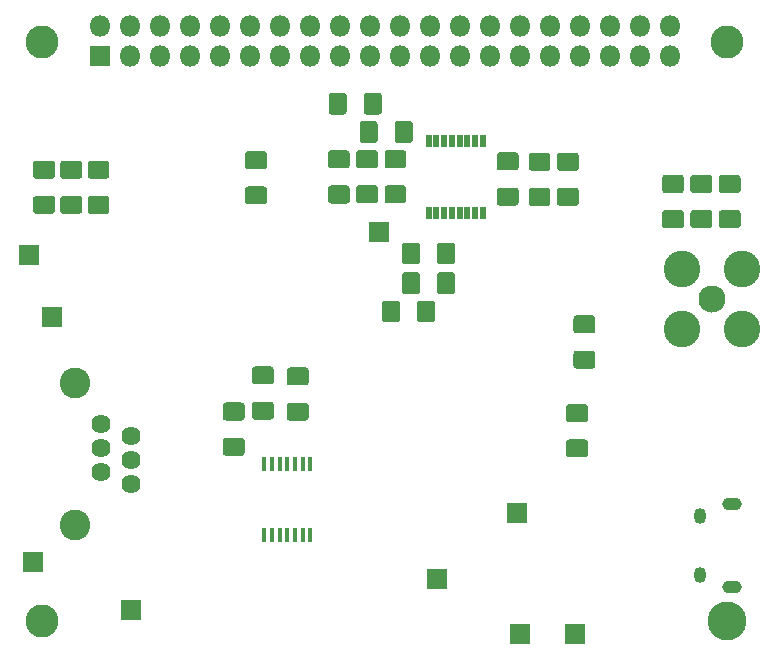
<source format=gbr>
%TF.GenerationSoftware,KiCad,Pcbnew,(5.1.5)-3*%
%TF.CreationDate,2020-11-20T20:43:44+01:00*%
%TF.ProjectId,PCB,5043422e-6b69-4636-9164-5f7063625858,rev?*%
%TF.SameCoordinates,Original*%
%TF.FileFunction,Soldermask,Bot*%
%TF.FilePolarity,Negative*%
%FSLAX46Y46*%
G04 Gerber Fmt 4.6, Leading zero omitted, Abs format (unit mm)*
G04 Created by KiCad (PCBNEW (5.1.5)-3) date 2020-11-20 20:43:44*
%MOMM*%
%LPD*%
G04 APERTURE LIST*
%ADD10C,2.300000*%
%ADD11C,3.100000*%
%ADD12R,0.450000X1.300000*%
%ADD13R,0.500000X1.100000*%
%ADD14C,3.300000*%
%ADD15R,1.800000X1.800000*%
%ADD16C,2.800000*%
%ADD17O,1.800000X1.800000*%
%ADD18C,2.600000*%
%ADD19C,1.624000*%
%ADD20C,0.100000*%
%ADD21O,1.650000X1.100000*%
%ADD22O,1.050000X1.350000*%
G04 APERTURE END LIST*
D10*
%TO.C,AE1*%
X126335560Y-139554160D03*
D11*
X128875560Y-142094160D03*
X123795560Y-142094160D03*
X128875560Y-137014160D03*
X123795560Y-137014160D03*
%TD*%
D12*
%TO.C,U2*%
X92292000Y-159532300D03*
X91642000Y-159532300D03*
X90992000Y-159532300D03*
X90342000Y-159532300D03*
X89692000Y-159532300D03*
X89042000Y-159532300D03*
X88392000Y-159532300D03*
X92292000Y-153531000D03*
X91642000Y-153531000D03*
X90992000Y-153531000D03*
X90342000Y-153531000D03*
X89692000Y-153531000D03*
X89042000Y-153531000D03*
X88392000Y-153531000D03*
%TD*%
D13*
%TO.C,U4*%
X106875000Y-126150000D03*
X106225000Y-126150000D03*
X105575000Y-126150000D03*
X104925000Y-126150000D03*
X104275000Y-126150000D03*
X103625000Y-126150000D03*
X102975000Y-126150000D03*
X102325000Y-126150000D03*
X102325000Y-132250000D03*
X102975000Y-132250000D03*
X103625000Y-132250000D03*
X104275000Y-132250000D03*
X104925000Y-132250000D03*
X105575000Y-132250000D03*
X106225000Y-132250000D03*
X106875000Y-132250000D03*
%TD*%
D14*
%TO.C,MK4*%
X127600000Y-166800000D03*
%TD*%
D15*
%TO.C,VOUTP*%
X77076300Y-165849300D03*
%TD*%
%TO.C,VOUTN*%
X68795900Y-161785300D03*
%TD*%
%TO.C,GND*%
X114708200Y-167881300D03*
%TD*%
%TO.C,GND*%
X110058200Y-167881300D03*
%TD*%
%TO.C,V_meas*%
X103009700Y-163258500D03*
%TD*%
%TO.C,+10V*%
X98145600Y-133908800D03*
%TD*%
%TO.C,-10V*%
X70446900Y-141071600D03*
%TD*%
%TO.C,+3V3*%
X109778800Y-157695900D03*
%TD*%
%TO.C,+5V*%
X68491100Y-135864600D03*
%TD*%
D16*
%TO.C,MK2*%
X127600000Y-117800000D03*
%TD*%
D17*
%TO.C,J3*%
X122775900Y-116464400D03*
X122775900Y-119004400D03*
X120235900Y-116464400D03*
X120235900Y-119004400D03*
X117695900Y-116464400D03*
X117695900Y-119004400D03*
X115155900Y-116464400D03*
X115155900Y-119004400D03*
X112615900Y-116464400D03*
X112615900Y-119004400D03*
X110075900Y-116464400D03*
X110075900Y-119004400D03*
X107535900Y-116464400D03*
X107535900Y-119004400D03*
X104995900Y-116464400D03*
X104995900Y-119004400D03*
X102455900Y-116464400D03*
X102455900Y-119004400D03*
X99915900Y-116464400D03*
X99915900Y-119004400D03*
X97375900Y-116464400D03*
X97375900Y-119004400D03*
X94835900Y-116464400D03*
X94835900Y-119004400D03*
X92295900Y-116464400D03*
X92295900Y-119004400D03*
X89755900Y-116464400D03*
X89755900Y-119004400D03*
X87215900Y-116464400D03*
X87215900Y-119004400D03*
X84675900Y-116464400D03*
X84675900Y-119004400D03*
X82135900Y-116464400D03*
X82135900Y-119004400D03*
X79595900Y-116464400D03*
X79595900Y-119004400D03*
X77055900Y-116464400D03*
X77055900Y-119004400D03*
X74515900Y-116464400D03*
D15*
X74515900Y-119004400D03*
%TD*%
D18*
%TO.C,J2*%
X72331700Y-158699200D03*
X72331700Y-146699200D03*
D19*
X74566700Y-154229200D03*
X74566700Y-152189200D03*
X74566700Y-150149200D03*
X77106700Y-155249200D03*
X77106700Y-153209200D03*
X77106700Y-151169200D03*
%TD*%
D20*
%TO.C,R5*%
G36*
X91907580Y-145344788D02*
G01*
X91933551Y-145348641D01*
X91959020Y-145355020D01*
X91983741Y-145363866D01*
X92007475Y-145375091D01*
X92029995Y-145388589D01*
X92051084Y-145404230D01*
X92070538Y-145421862D01*
X92088170Y-145441316D01*
X92103811Y-145462405D01*
X92117309Y-145484925D01*
X92128534Y-145508659D01*
X92137380Y-145533380D01*
X92143759Y-145558849D01*
X92147612Y-145584820D01*
X92148900Y-145611044D01*
X92148900Y-146600956D01*
X92147612Y-146627180D01*
X92143759Y-146653151D01*
X92137380Y-146678620D01*
X92128534Y-146703341D01*
X92117309Y-146727075D01*
X92103811Y-146749595D01*
X92088170Y-146770684D01*
X92070538Y-146790138D01*
X92051084Y-146807770D01*
X92029995Y-146823411D01*
X92007475Y-146836909D01*
X91983741Y-146848134D01*
X91959020Y-146856980D01*
X91933551Y-146863359D01*
X91907580Y-146867212D01*
X91881356Y-146868500D01*
X90566444Y-146868500D01*
X90540220Y-146867212D01*
X90514249Y-146863359D01*
X90488780Y-146856980D01*
X90464059Y-146848134D01*
X90440325Y-146836909D01*
X90417805Y-146823411D01*
X90396716Y-146807770D01*
X90377262Y-146790138D01*
X90359630Y-146770684D01*
X90343989Y-146749595D01*
X90330491Y-146727075D01*
X90319266Y-146703341D01*
X90310420Y-146678620D01*
X90304041Y-146653151D01*
X90300188Y-146627180D01*
X90298900Y-146600956D01*
X90298900Y-145611044D01*
X90300188Y-145584820D01*
X90304041Y-145558849D01*
X90310420Y-145533380D01*
X90319266Y-145508659D01*
X90330491Y-145484925D01*
X90343989Y-145462405D01*
X90359630Y-145441316D01*
X90377262Y-145421862D01*
X90396716Y-145404230D01*
X90417805Y-145388589D01*
X90440325Y-145375091D01*
X90464059Y-145363866D01*
X90488780Y-145355020D01*
X90514249Y-145348641D01*
X90540220Y-145344788D01*
X90566444Y-145343500D01*
X91881356Y-145343500D01*
X91907580Y-145344788D01*
G37*
G36*
X91907580Y-148319788D02*
G01*
X91933551Y-148323641D01*
X91959020Y-148330020D01*
X91983741Y-148338866D01*
X92007475Y-148350091D01*
X92029995Y-148363589D01*
X92051084Y-148379230D01*
X92070538Y-148396862D01*
X92088170Y-148416316D01*
X92103811Y-148437405D01*
X92117309Y-148459925D01*
X92128534Y-148483659D01*
X92137380Y-148508380D01*
X92143759Y-148533849D01*
X92147612Y-148559820D01*
X92148900Y-148586044D01*
X92148900Y-149575956D01*
X92147612Y-149602180D01*
X92143759Y-149628151D01*
X92137380Y-149653620D01*
X92128534Y-149678341D01*
X92117309Y-149702075D01*
X92103811Y-149724595D01*
X92088170Y-149745684D01*
X92070538Y-149765138D01*
X92051084Y-149782770D01*
X92029995Y-149798411D01*
X92007475Y-149811909D01*
X91983741Y-149823134D01*
X91959020Y-149831980D01*
X91933551Y-149838359D01*
X91907580Y-149842212D01*
X91881356Y-149843500D01*
X90566444Y-149843500D01*
X90540220Y-149842212D01*
X90514249Y-149838359D01*
X90488780Y-149831980D01*
X90464059Y-149823134D01*
X90440325Y-149811909D01*
X90417805Y-149798411D01*
X90396716Y-149782770D01*
X90377262Y-149765138D01*
X90359630Y-149745684D01*
X90343989Y-149724595D01*
X90330491Y-149702075D01*
X90319266Y-149678341D01*
X90310420Y-149653620D01*
X90304041Y-149628151D01*
X90300188Y-149602180D01*
X90298900Y-149575956D01*
X90298900Y-148586044D01*
X90300188Y-148559820D01*
X90304041Y-148533849D01*
X90310420Y-148508380D01*
X90319266Y-148483659D01*
X90330491Y-148459925D01*
X90343989Y-148437405D01*
X90359630Y-148416316D01*
X90377262Y-148396862D01*
X90396716Y-148379230D01*
X90417805Y-148363589D01*
X90440325Y-148350091D01*
X90464059Y-148338866D01*
X90488780Y-148330020D01*
X90514249Y-148323641D01*
X90540220Y-148319788D01*
X90566444Y-148318500D01*
X91881356Y-148318500D01*
X91907580Y-148319788D01*
G37*
%TD*%
%TO.C,R6*%
G36*
X88948680Y-145260188D02*
G01*
X88974651Y-145264041D01*
X89000120Y-145270420D01*
X89024841Y-145279266D01*
X89048575Y-145290491D01*
X89071095Y-145303989D01*
X89092184Y-145319630D01*
X89111638Y-145337262D01*
X89129270Y-145356716D01*
X89144911Y-145377805D01*
X89158409Y-145400325D01*
X89169634Y-145424059D01*
X89178480Y-145448780D01*
X89184859Y-145474249D01*
X89188712Y-145500220D01*
X89190000Y-145526444D01*
X89190000Y-146516356D01*
X89188712Y-146542580D01*
X89184859Y-146568551D01*
X89178480Y-146594020D01*
X89169634Y-146618741D01*
X89158409Y-146642475D01*
X89144911Y-146664995D01*
X89129270Y-146686084D01*
X89111638Y-146705538D01*
X89092184Y-146723170D01*
X89071095Y-146738811D01*
X89048575Y-146752309D01*
X89024841Y-146763534D01*
X89000120Y-146772380D01*
X88974651Y-146778759D01*
X88948680Y-146782612D01*
X88922456Y-146783900D01*
X87607544Y-146783900D01*
X87581320Y-146782612D01*
X87555349Y-146778759D01*
X87529880Y-146772380D01*
X87505159Y-146763534D01*
X87481425Y-146752309D01*
X87458905Y-146738811D01*
X87437816Y-146723170D01*
X87418362Y-146705538D01*
X87400730Y-146686084D01*
X87385089Y-146664995D01*
X87371591Y-146642475D01*
X87360366Y-146618741D01*
X87351520Y-146594020D01*
X87345141Y-146568551D01*
X87341288Y-146542580D01*
X87340000Y-146516356D01*
X87340000Y-145526444D01*
X87341288Y-145500220D01*
X87345141Y-145474249D01*
X87351520Y-145448780D01*
X87360366Y-145424059D01*
X87371591Y-145400325D01*
X87385089Y-145377805D01*
X87400730Y-145356716D01*
X87418362Y-145337262D01*
X87437816Y-145319630D01*
X87458905Y-145303989D01*
X87481425Y-145290491D01*
X87505159Y-145279266D01*
X87529880Y-145270420D01*
X87555349Y-145264041D01*
X87581320Y-145260188D01*
X87607544Y-145258900D01*
X88922456Y-145258900D01*
X88948680Y-145260188D01*
G37*
G36*
X88948680Y-148235188D02*
G01*
X88974651Y-148239041D01*
X89000120Y-148245420D01*
X89024841Y-148254266D01*
X89048575Y-148265491D01*
X89071095Y-148278989D01*
X89092184Y-148294630D01*
X89111638Y-148312262D01*
X89129270Y-148331716D01*
X89144911Y-148352805D01*
X89158409Y-148375325D01*
X89169634Y-148399059D01*
X89178480Y-148423780D01*
X89184859Y-148449249D01*
X89188712Y-148475220D01*
X89190000Y-148501444D01*
X89190000Y-149491356D01*
X89188712Y-149517580D01*
X89184859Y-149543551D01*
X89178480Y-149569020D01*
X89169634Y-149593741D01*
X89158409Y-149617475D01*
X89144911Y-149639995D01*
X89129270Y-149661084D01*
X89111638Y-149680538D01*
X89092184Y-149698170D01*
X89071095Y-149713811D01*
X89048575Y-149727309D01*
X89024841Y-149738534D01*
X89000120Y-149747380D01*
X88974651Y-149753759D01*
X88948680Y-149757612D01*
X88922456Y-149758900D01*
X87607544Y-149758900D01*
X87581320Y-149757612D01*
X87555349Y-149753759D01*
X87529880Y-149747380D01*
X87505159Y-149738534D01*
X87481425Y-149727309D01*
X87458905Y-149713811D01*
X87437816Y-149698170D01*
X87418362Y-149680538D01*
X87400730Y-149661084D01*
X87385089Y-149639995D01*
X87371591Y-149617475D01*
X87360366Y-149593741D01*
X87351520Y-149569020D01*
X87345141Y-149543551D01*
X87341288Y-149517580D01*
X87340000Y-149491356D01*
X87340000Y-148501444D01*
X87341288Y-148475220D01*
X87345141Y-148449249D01*
X87351520Y-148423780D01*
X87360366Y-148399059D01*
X87371591Y-148375325D01*
X87385089Y-148352805D01*
X87400730Y-148331716D01*
X87418362Y-148312262D01*
X87437816Y-148294630D01*
X87458905Y-148278989D01*
X87481425Y-148265491D01*
X87505159Y-148254266D01*
X87529880Y-148245420D01*
X87555349Y-148239041D01*
X87581320Y-148235188D01*
X87607544Y-148233900D01*
X88922456Y-148233900D01*
X88948680Y-148235188D01*
G37*
%TD*%
D16*
%TO.C,MK1*%
X69600000Y-117800000D03*
%TD*%
%TO.C,MK3*%
X69600000Y-166800000D03*
%TD*%
D20*
%TO.C,R21*%
G36*
X97746180Y-124476288D02*
G01*
X97772151Y-124480141D01*
X97797620Y-124486520D01*
X97822341Y-124495366D01*
X97846075Y-124506591D01*
X97868595Y-124520089D01*
X97889684Y-124535730D01*
X97909138Y-124553362D01*
X97926770Y-124572816D01*
X97942411Y-124593905D01*
X97955909Y-124616425D01*
X97967134Y-124640159D01*
X97975980Y-124664880D01*
X97982359Y-124690349D01*
X97986212Y-124716320D01*
X97987500Y-124742544D01*
X97987500Y-126057456D01*
X97986212Y-126083680D01*
X97982359Y-126109651D01*
X97975980Y-126135120D01*
X97967134Y-126159841D01*
X97955909Y-126183575D01*
X97942411Y-126206095D01*
X97926770Y-126227184D01*
X97909138Y-126246638D01*
X97889684Y-126264270D01*
X97868595Y-126279911D01*
X97846075Y-126293409D01*
X97822341Y-126304634D01*
X97797620Y-126313480D01*
X97772151Y-126319859D01*
X97746180Y-126323712D01*
X97719956Y-126325000D01*
X96730044Y-126325000D01*
X96703820Y-126323712D01*
X96677849Y-126319859D01*
X96652380Y-126313480D01*
X96627659Y-126304634D01*
X96603925Y-126293409D01*
X96581405Y-126279911D01*
X96560316Y-126264270D01*
X96540862Y-126246638D01*
X96523230Y-126227184D01*
X96507589Y-126206095D01*
X96494091Y-126183575D01*
X96482866Y-126159841D01*
X96474020Y-126135120D01*
X96467641Y-126109651D01*
X96463788Y-126083680D01*
X96462500Y-126057456D01*
X96462500Y-124742544D01*
X96463788Y-124716320D01*
X96467641Y-124690349D01*
X96474020Y-124664880D01*
X96482866Y-124640159D01*
X96494091Y-124616425D01*
X96507589Y-124593905D01*
X96523230Y-124572816D01*
X96540862Y-124553362D01*
X96560316Y-124535730D01*
X96581405Y-124520089D01*
X96603925Y-124506591D01*
X96627659Y-124495366D01*
X96652380Y-124486520D01*
X96677849Y-124480141D01*
X96703820Y-124476288D01*
X96730044Y-124475000D01*
X97719956Y-124475000D01*
X97746180Y-124476288D01*
G37*
G36*
X100721180Y-124476288D02*
G01*
X100747151Y-124480141D01*
X100772620Y-124486520D01*
X100797341Y-124495366D01*
X100821075Y-124506591D01*
X100843595Y-124520089D01*
X100864684Y-124535730D01*
X100884138Y-124553362D01*
X100901770Y-124572816D01*
X100917411Y-124593905D01*
X100930909Y-124616425D01*
X100942134Y-124640159D01*
X100950980Y-124664880D01*
X100957359Y-124690349D01*
X100961212Y-124716320D01*
X100962500Y-124742544D01*
X100962500Y-126057456D01*
X100961212Y-126083680D01*
X100957359Y-126109651D01*
X100950980Y-126135120D01*
X100942134Y-126159841D01*
X100930909Y-126183575D01*
X100917411Y-126206095D01*
X100901770Y-126227184D01*
X100884138Y-126246638D01*
X100864684Y-126264270D01*
X100843595Y-126279911D01*
X100821075Y-126293409D01*
X100797341Y-126304634D01*
X100772620Y-126313480D01*
X100747151Y-126319859D01*
X100721180Y-126323712D01*
X100694956Y-126325000D01*
X99705044Y-126325000D01*
X99678820Y-126323712D01*
X99652849Y-126319859D01*
X99627380Y-126313480D01*
X99602659Y-126304634D01*
X99578925Y-126293409D01*
X99556405Y-126279911D01*
X99535316Y-126264270D01*
X99515862Y-126246638D01*
X99498230Y-126227184D01*
X99482589Y-126206095D01*
X99469091Y-126183575D01*
X99457866Y-126159841D01*
X99449020Y-126135120D01*
X99442641Y-126109651D01*
X99438788Y-126083680D01*
X99437500Y-126057456D01*
X99437500Y-124742544D01*
X99438788Y-124716320D01*
X99442641Y-124690349D01*
X99449020Y-124664880D01*
X99457866Y-124640159D01*
X99469091Y-124616425D01*
X99482589Y-124593905D01*
X99498230Y-124572816D01*
X99515862Y-124553362D01*
X99535316Y-124535730D01*
X99556405Y-124520089D01*
X99578925Y-124506591D01*
X99602659Y-124495366D01*
X99627380Y-124486520D01*
X99652849Y-124480141D01*
X99678820Y-124476288D01*
X99705044Y-124475000D01*
X100694956Y-124475000D01*
X100721180Y-124476288D01*
G37*
%TD*%
%TO.C,R9*%
G36*
X86484880Y-148311388D02*
G01*
X86510851Y-148315241D01*
X86536320Y-148321620D01*
X86561041Y-148330466D01*
X86584775Y-148341691D01*
X86607295Y-148355189D01*
X86628384Y-148370830D01*
X86647838Y-148388462D01*
X86665470Y-148407916D01*
X86681111Y-148429005D01*
X86694609Y-148451525D01*
X86705834Y-148475259D01*
X86714680Y-148499980D01*
X86721059Y-148525449D01*
X86724912Y-148551420D01*
X86726200Y-148577644D01*
X86726200Y-149567556D01*
X86724912Y-149593780D01*
X86721059Y-149619751D01*
X86714680Y-149645220D01*
X86705834Y-149669941D01*
X86694609Y-149693675D01*
X86681111Y-149716195D01*
X86665470Y-149737284D01*
X86647838Y-149756738D01*
X86628384Y-149774370D01*
X86607295Y-149790011D01*
X86584775Y-149803509D01*
X86561041Y-149814734D01*
X86536320Y-149823580D01*
X86510851Y-149829959D01*
X86484880Y-149833812D01*
X86458656Y-149835100D01*
X85143744Y-149835100D01*
X85117520Y-149833812D01*
X85091549Y-149829959D01*
X85066080Y-149823580D01*
X85041359Y-149814734D01*
X85017625Y-149803509D01*
X84995105Y-149790011D01*
X84974016Y-149774370D01*
X84954562Y-149756738D01*
X84936930Y-149737284D01*
X84921289Y-149716195D01*
X84907791Y-149693675D01*
X84896566Y-149669941D01*
X84887720Y-149645220D01*
X84881341Y-149619751D01*
X84877488Y-149593780D01*
X84876200Y-149567556D01*
X84876200Y-148577644D01*
X84877488Y-148551420D01*
X84881341Y-148525449D01*
X84887720Y-148499980D01*
X84896566Y-148475259D01*
X84907791Y-148451525D01*
X84921289Y-148429005D01*
X84936930Y-148407916D01*
X84954562Y-148388462D01*
X84974016Y-148370830D01*
X84995105Y-148355189D01*
X85017625Y-148341691D01*
X85041359Y-148330466D01*
X85066080Y-148321620D01*
X85091549Y-148315241D01*
X85117520Y-148311388D01*
X85143744Y-148310100D01*
X86458656Y-148310100D01*
X86484880Y-148311388D01*
G37*
G36*
X86484880Y-151286388D02*
G01*
X86510851Y-151290241D01*
X86536320Y-151296620D01*
X86561041Y-151305466D01*
X86584775Y-151316691D01*
X86607295Y-151330189D01*
X86628384Y-151345830D01*
X86647838Y-151363462D01*
X86665470Y-151382916D01*
X86681111Y-151404005D01*
X86694609Y-151426525D01*
X86705834Y-151450259D01*
X86714680Y-151474980D01*
X86721059Y-151500449D01*
X86724912Y-151526420D01*
X86726200Y-151552644D01*
X86726200Y-152542556D01*
X86724912Y-152568780D01*
X86721059Y-152594751D01*
X86714680Y-152620220D01*
X86705834Y-152644941D01*
X86694609Y-152668675D01*
X86681111Y-152691195D01*
X86665470Y-152712284D01*
X86647838Y-152731738D01*
X86628384Y-152749370D01*
X86607295Y-152765011D01*
X86584775Y-152778509D01*
X86561041Y-152789734D01*
X86536320Y-152798580D01*
X86510851Y-152804959D01*
X86484880Y-152808812D01*
X86458656Y-152810100D01*
X85143744Y-152810100D01*
X85117520Y-152808812D01*
X85091549Y-152804959D01*
X85066080Y-152798580D01*
X85041359Y-152789734D01*
X85017625Y-152778509D01*
X84995105Y-152765011D01*
X84974016Y-152749370D01*
X84954562Y-152731738D01*
X84936930Y-152712284D01*
X84921289Y-152691195D01*
X84907791Y-152668675D01*
X84896566Y-152644941D01*
X84887720Y-152620220D01*
X84881341Y-152594751D01*
X84877488Y-152568780D01*
X84876200Y-152542556D01*
X84876200Y-151552644D01*
X84877488Y-151526420D01*
X84881341Y-151500449D01*
X84887720Y-151474980D01*
X84896566Y-151450259D01*
X84907791Y-151426525D01*
X84921289Y-151404005D01*
X84936930Y-151382916D01*
X84954562Y-151363462D01*
X84974016Y-151345830D01*
X84995105Y-151330189D01*
X85017625Y-151316691D01*
X85041359Y-151305466D01*
X85066080Y-151296620D01*
X85091549Y-151290241D01*
X85117520Y-151286388D01*
X85143744Y-151285100D01*
X86458656Y-151285100D01*
X86484880Y-151286388D01*
G37*
%TD*%
%TO.C,R4*%
G36*
X116183680Y-140938788D02*
G01*
X116209651Y-140942641D01*
X116235120Y-140949020D01*
X116259841Y-140957866D01*
X116283575Y-140969091D01*
X116306095Y-140982589D01*
X116327184Y-140998230D01*
X116346638Y-141015862D01*
X116364270Y-141035316D01*
X116379911Y-141056405D01*
X116393409Y-141078925D01*
X116404634Y-141102659D01*
X116413480Y-141127380D01*
X116419859Y-141152849D01*
X116423712Y-141178820D01*
X116425000Y-141205044D01*
X116425000Y-142194956D01*
X116423712Y-142221180D01*
X116419859Y-142247151D01*
X116413480Y-142272620D01*
X116404634Y-142297341D01*
X116393409Y-142321075D01*
X116379911Y-142343595D01*
X116364270Y-142364684D01*
X116346638Y-142384138D01*
X116327184Y-142401770D01*
X116306095Y-142417411D01*
X116283575Y-142430909D01*
X116259841Y-142442134D01*
X116235120Y-142450980D01*
X116209651Y-142457359D01*
X116183680Y-142461212D01*
X116157456Y-142462500D01*
X114842544Y-142462500D01*
X114816320Y-142461212D01*
X114790349Y-142457359D01*
X114764880Y-142450980D01*
X114740159Y-142442134D01*
X114716425Y-142430909D01*
X114693905Y-142417411D01*
X114672816Y-142401770D01*
X114653362Y-142384138D01*
X114635730Y-142364684D01*
X114620089Y-142343595D01*
X114606591Y-142321075D01*
X114595366Y-142297341D01*
X114586520Y-142272620D01*
X114580141Y-142247151D01*
X114576288Y-142221180D01*
X114575000Y-142194956D01*
X114575000Y-141205044D01*
X114576288Y-141178820D01*
X114580141Y-141152849D01*
X114586520Y-141127380D01*
X114595366Y-141102659D01*
X114606591Y-141078925D01*
X114620089Y-141056405D01*
X114635730Y-141035316D01*
X114653362Y-141015862D01*
X114672816Y-140998230D01*
X114693905Y-140982589D01*
X114716425Y-140969091D01*
X114740159Y-140957866D01*
X114764880Y-140949020D01*
X114790349Y-140942641D01*
X114816320Y-140938788D01*
X114842544Y-140937500D01*
X116157456Y-140937500D01*
X116183680Y-140938788D01*
G37*
G36*
X116183680Y-143913788D02*
G01*
X116209651Y-143917641D01*
X116235120Y-143924020D01*
X116259841Y-143932866D01*
X116283575Y-143944091D01*
X116306095Y-143957589D01*
X116327184Y-143973230D01*
X116346638Y-143990862D01*
X116364270Y-144010316D01*
X116379911Y-144031405D01*
X116393409Y-144053925D01*
X116404634Y-144077659D01*
X116413480Y-144102380D01*
X116419859Y-144127849D01*
X116423712Y-144153820D01*
X116425000Y-144180044D01*
X116425000Y-145169956D01*
X116423712Y-145196180D01*
X116419859Y-145222151D01*
X116413480Y-145247620D01*
X116404634Y-145272341D01*
X116393409Y-145296075D01*
X116379911Y-145318595D01*
X116364270Y-145339684D01*
X116346638Y-145359138D01*
X116327184Y-145376770D01*
X116306095Y-145392411D01*
X116283575Y-145405909D01*
X116259841Y-145417134D01*
X116235120Y-145425980D01*
X116209651Y-145432359D01*
X116183680Y-145436212D01*
X116157456Y-145437500D01*
X114842544Y-145437500D01*
X114816320Y-145436212D01*
X114790349Y-145432359D01*
X114764880Y-145425980D01*
X114740159Y-145417134D01*
X114716425Y-145405909D01*
X114693905Y-145392411D01*
X114672816Y-145376770D01*
X114653362Y-145359138D01*
X114635730Y-145339684D01*
X114620089Y-145318595D01*
X114606591Y-145296075D01*
X114595366Y-145272341D01*
X114586520Y-145247620D01*
X114580141Y-145222151D01*
X114576288Y-145196180D01*
X114575000Y-145169956D01*
X114575000Y-144180044D01*
X114576288Y-144153820D01*
X114580141Y-144127849D01*
X114586520Y-144102380D01*
X114595366Y-144077659D01*
X114606591Y-144053925D01*
X114620089Y-144031405D01*
X114635730Y-144010316D01*
X114653362Y-143990862D01*
X114672816Y-143973230D01*
X114693905Y-143957589D01*
X114716425Y-143944091D01*
X114740159Y-143932866D01*
X114764880Y-143924020D01*
X114790349Y-143917641D01*
X114816320Y-143913788D01*
X114842544Y-143912500D01*
X116157456Y-143912500D01*
X116183680Y-143913788D01*
G37*
%TD*%
D21*
%TO.C,J1*%
X128000000Y-156900000D03*
X128000000Y-163900000D03*
D22*
X125300000Y-162900000D03*
X125300000Y-157900000D03*
%TD*%
D20*
%TO.C,C40*%
G36*
X100183680Y-126951288D02*
G01*
X100209651Y-126955141D01*
X100235120Y-126961520D01*
X100259841Y-126970366D01*
X100283575Y-126981591D01*
X100306095Y-126995089D01*
X100327184Y-127010730D01*
X100346638Y-127028362D01*
X100364270Y-127047816D01*
X100379911Y-127068905D01*
X100393409Y-127091425D01*
X100404634Y-127115159D01*
X100413480Y-127139880D01*
X100419859Y-127165349D01*
X100423712Y-127191320D01*
X100425000Y-127217544D01*
X100425000Y-128207456D01*
X100423712Y-128233680D01*
X100419859Y-128259651D01*
X100413480Y-128285120D01*
X100404634Y-128309841D01*
X100393409Y-128333575D01*
X100379911Y-128356095D01*
X100364270Y-128377184D01*
X100346638Y-128396638D01*
X100327184Y-128414270D01*
X100306095Y-128429911D01*
X100283575Y-128443409D01*
X100259841Y-128454634D01*
X100235120Y-128463480D01*
X100209651Y-128469859D01*
X100183680Y-128473712D01*
X100157456Y-128475000D01*
X98842544Y-128475000D01*
X98816320Y-128473712D01*
X98790349Y-128469859D01*
X98764880Y-128463480D01*
X98740159Y-128454634D01*
X98716425Y-128443409D01*
X98693905Y-128429911D01*
X98672816Y-128414270D01*
X98653362Y-128396638D01*
X98635730Y-128377184D01*
X98620089Y-128356095D01*
X98606591Y-128333575D01*
X98595366Y-128309841D01*
X98586520Y-128285120D01*
X98580141Y-128259651D01*
X98576288Y-128233680D01*
X98575000Y-128207456D01*
X98575000Y-127217544D01*
X98576288Y-127191320D01*
X98580141Y-127165349D01*
X98586520Y-127139880D01*
X98595366Y-127115159D01*
X98606591Y-127091425D01*
X98620089Y-127068905D01*
X98635730Y-127047816D01*
X98653362Y-127028362D01*
X98672816Y-127010730D01*
X98693905Y-126995089D01*
X98716425Y-126981591D01*
X98740159Y-126970366D01*
X98764880Y-126961520D01*
X98790349Y-126955141D01*
X98816320Y-126951288D01*
X98842544Y-126950000D01*
X100157456Y-126950000D01*
X100183680Y-126951288D01*
G37*
G36*
X100183680Y-129926288D02*
G01*
X100209651Y-129930141D01*
X100235120Y-129936520D01*
X100259841Y-129945366D01*
X100283575Y-129956591D01*
X100306095Y-129970089D01*
X100327184Y-129985730D01*
X100346638Y-130003362D01*
X100364270Y-130022816D01*
X100379911Y-130043905D01*
X100393409Y-130066425D01*
X100404634Y-130090159D01*
X100413480Y-130114880D01*
X100419859Y-130140349D01*
X100423712Y-130166320D01*
X100425000Y-130192544D01*
X100425000Y-131182456D01*
X100423712Y-131208680D01*
X100419859Y-131234651D01*
X100413480Y-131260120D01*
X100404634Y-131284841D01*
X100393409Y-131308575D01*
X100379911Y-131331095D01*
X100364270Y-131352184D01*
X100346638Y-131371638D01*
X100327184Y-131389270D01*
X100306095Y-131404911D01*
X100283575Y-131418409D01*
X100259841Y-131429634D01*
X100235120Y-131438480D01*
X100209651Y-131444859D01*
X100183680Y-131448712D01*
X100157456Y-131450000D01*
X98842544Y-131450000D01*
X98816320Y-131448712D01*
X98790349Y-131444859D01*
X98764880Y-131438480D01*
X98740159Y-131429634D01*
X98716425Y-131418409D01*
X98693905Y-131404911D01*
X98672816Y-131389270D01*
X98653362Y-131371638D01*
X98635730Y-131352184D01*
X98620089Y-131331095D01*
X98606591Y-131308575D01*
X98595366Y-131284841D01*
X98586520Y-131260120D01*
X98580141Y-131234651D01*
X98576288Y-131208680D01*
X98575000Y-131182456D01*
X98575000Y-130192544D01*
X98576288Y-130166320D01*
X98580141Y-130140349D01*
X98586520Y-130114880D01*
X98595366Y-130090159D01*
X98606591Y-130066425D01*
X98620089Y-130043905D01*
X98635730Y-130022816D01*
X98653362Y-130003362D01*
X98672816Y-129985730D01*
X98693905Y-129970089D01*
X98716425Y-129956591D01*
X98740159Y-129945366D01*
X98764880Y-129936520D01*
X98790349Y-129930141D01*
X98816320Y-129926288D01*
X98842544Y-129925000D01*
X100157456Y-129925000D01*
X100183680Y-129926288D01*
G37*
%TD*%
%TO.C,C39*%
G36*
X95383680Y-126963788D02*
G01*
X95409651Y-126967641D01*
X95435120Y-126974020D01*
X95459841Y-126982866D01*
X95483575Y-126994091D01*
X95506095Y-127007589D01*
X95527184Y-127023230D01*
X95546638Y-127040862D01*
X95564270Y-127060316D01*
X95579911Y-127081405D01*
X95593409Y-127103925D01*
X95604634Y-127127659D01*
X95613480Y-127152380D01*
X95619859Y-127177849D01*
X95623712Y-127203820D01*
X95625000Y-127230044D01*
X95625000Y-128219956D01*
X95623712Y-128246180D01*
X95619859Y-128272151D01*
X95613480Y-128297620D01*
X95604634Y-128322341D01*
X95593409Y-128346075D01*
X95579911Y-128368595D01*
X95564270Y-128389684D01*
X95546638Y-128409138D01*
X95527184Y-128426770D01*
X95506095Y-128442411D01*
X95483575Y-128455909D01*
X95459841Y-128467134D01*
X95435120Y-128475980D01*
X95409651Y-128482359D01*
X95383680Y-128486212D01*
X95357456Y-128487500D01*
X94042544Y-128487500D01*
X94016320Y-128486212D01*
X93990349Y-128482359D01*
X93964880Y-128475980D01*
X93940159Y-128467134D01*
X93916425Y-128455909D01*
X93893905Y-128442411D01*
X93872816Y-128426770D01*
X93853362Y-128409138D01*
X93835730Y-128389684D01*
X93820089Y-128368595D01*
X93806591Y-128346075D01*
X93795366Y-128322341D01*
X93786520Y-128297620D01*
X93780141Y-128272151D01*
X93776288Y-128246180D01*
X93775000Y-128219956D01*
X93775000Y-127230044D01*
X93776288Y-127203820D01*
X93780141Y-127177849D01*
X93786520Y-127152380D01*
X93795366Y-127127659D01*
X93806591Y-127103925D01*
X93820089Y-127081405D01*
X93835730Y-127060316D01*
X93853362Y-127040862D01*
X93872816Y-127023230D01*
X93893905Y-127007589D01*
X93916425Y-126994091D01*
X93940159Y-126982866D01*
X93964880Y-126974020D01*
X93990349Y-126967641D01*
X94016320Y-126963788D01*
X94042544Y-126962500D01*
X95357456Y-126962500D01*
X95383680Y-126963788D01*
G37*
G36*
X95383680Y-129938788D02*
G01*
X95409651Y-129942641D01*
X95435120Y-129949020D01*
X95459841Y-129957866D01*
X95483575Y-129969091D01*
X95506095Y-129982589D01*
X95527184Y-129998230D01*
X95546638Y-130015862D01*
X95564270Y-130035316D01*
X95579911Y-130056405D01*
X95593409Y-130078925D01*
X95604634Y-130102659D01*
X95613480Y-130127380D01*
X95619859Y-130152849D01*
X95623712Y-130178820D01*
X95625000Y-130205044D01*
X95625000Y-131194956D01*
X95623712Y-131221180D01*
X95619859Y-131247151D01*
X95613480Y-131272620D01*
X95604634Y-131297341D01*
X95593409Y-131321075D01*
X95579911Y-131343595D01*
X95564270Y-131364684D01*
X95546638Y-131384138D01*
X95527184Y-131401770D01*
X95506095Y-131417411D01*
X95483575Y-131430909D01*
X95459841Y-131442134D01*
X95435120Y-131450980D01*
X95409651Y-131457359D01*
X95383680Y-131461212D01*
X95357456Y-131462500D01*
X94042544Y-131462500D01*
X94016320Y-131461212D01*
X93990349Y-131457359D01*
X93964880Y-131450980D01*
X93940159Y-131442134D01*
X93916425Y-131430909D01*
X93893905Y-131417411D01*
X93872816Y-131401770D01*
X93853362Y-131384138D01*
X93835730Y-131364684D01*
X93820089Y-131343595D01*
X93806591Y-131321075D01*
X93795366Y-131297341D01*
X93786520Y-131272620D01*
X93780141Y-131247151D01*
X93776288Y-131221180D01*
X93775000Y-131194956D01*
X93775000Y-130205044D01*
X93776288Y-130178820D01*
X93780141Y-130152849D01*
X93786520Y-130127380D01*
X93795366Y-130102659D01*
X93806591Y-130078925D01*
X93820089Y-130056405D01*
X93835730Y-130035316D01*
X93853362Y-130015862D01*
X93872816Y-129998230D01*
X93893905Y-129982589D01*
X93916425Y-129969091D01*
X93940159Y-129957866D01*
X93964880Y-129949020D01*
X93990349Y-129942641D01*
X94016320Y-129938788D01*
X94042544Y-129937500D01*
X95357456Y-129937500D01*
X95383680Y-129938788D01*
G37*
%TD*%
%TO.C,C38*%
G36*
X97783680Y-126951288D02*
G01*
X97809651Y-126955141D01*
X97835120Y-126961520D01*
X97859841Y-126970366D01*
X97883575Y-126981591D01*
X97906095Y-126995089D01*
X97927184Y-127010730D01*
X97946638Y-127028362D01*
X97964270Y-127047816D01*
X97979911Y-127068905D01*
X97993409Y-127091425D01*
X98004634Y-127115159D01*
X98013480Y-127139880D01*
X98019859Y-127165349D01*
X98023712Y-127191320D01*
X98025000Y-127217544D01*
X98025000Y-128207456D01*
X98023712Y-128233680D01*
X98019859Y-128259651D01*
X98013480Y-128285120D01*
X98004634Y-128309841D01*
X97993409Y-128333575D01*
X97979911Y-128356095D01*
X97964270Y-128377184D01*
X97946638Y-128396638D01*
X97927184Y-128414270D01*
X97906095Y-128429911D01*
X97883575Y-128443409D01*
X97859841Y-128454634D01*
X97835120Y-128463480D01*
X97809651Y-128469859D01*
X97783680Y-128473712D01*
X97757456Y-128475000D01*
X96442544Y-128475000D01*
X96416320Y-128473712D01*
X96390349Y-128469859D01*
X96364880Y-128463480D01*
X96340159Y-128454634D01*
X96316425Y-128443409D01*
X96293905Y-128429911D01*
X96272816Y-128414270D01*
X96253362Y-128396638D01*
X96235730Y-128377184D01*
X96220089Y-128356095D01*
X96206591Y-128333575D01*
X96195366Y-128309841D01*
X96186520Y-128285120D01*
X96180141Y-128259651D01*
X96176288Y-128233680D01*
X96175000Y-128207456D01*
X96175000Y-127217544D01*
X96176288Y-127191320D01*
X96180141Y-127165349D01*
X96186520Y-127139880D01*
X96195366Y-127115159D01*
X96206591Y-127091425D01*
X96220089Y-127068905D01*
X96235730Y-127047816D01*
X96253362Y-127028362D01*
X96272816Y-127010730D01*
X96293905Y-126995089D01*
X96316425Y-126981591D01*
X96340159Y-126970366D01*
X96364880Y-126961520D01*
X96390349Y-126955141D01*
X96416320Y-126951288D01*
X96442544Y-126950000D01*
X97757456Y-126950000D01*
X97783680Y-126951288D01*
G37*
G36*
X97783680Y-129926288D02*
G01*
X97809651Y-129930141D01*
X97835120Y-129936520D01*
X97859841Y-129945366D01*
X97883575Y-129956591D01*
X97906095Y-129970089D01*
X97927184Y-129985730D01*
X97946638Y-130003362D01*
X97964270Y-130022816D01*
X97979911Y-130043905D01*
X97993409Y-130066425D01*
X98004634Y-130090159D01*
X98013480Y-130114880D01*
X98019859Y-130140349D01*
X98023712Y-130166320D01*
X98025000Y-130192544D01*
X98025000Y-131182456D01*
X98023712Y-131208680D01*
X98019859Y-131234651D01*
X98013480Y-131260120D01*
X98004634Y-131284841D01*
X97993409Y-131308575D01*
X97979911Y-131331095D01*
X97964270Y-131352184D01*
X97946638Y-131371638D01*
X97927184Y-131389270D01*
X97906095Y-131404911D01*
X97883575Y-131418409D01*
X97859841Y-131429634D01*
X97835120Y-131438480D01*
X97809651Y-131444859D01*
X97783680Y-131448712D01*
X97757456Y-131450000D01*
X96442544Y-131450000D01*
X96416320Y-131448712D01*
X96390349Y-131444859D01*
X96364880Y-131438480D01*
X96340159Y-131429634D01*
X96316425Y-131418409D01*
X96293905Y-131404911D01*
X96272816Y-131389270D01*
X96253362Y-131371638D01*
X96235730Y-131352184D01*
X96220089Y-131331095D01*
X96206591Y-131308575D01*
X96195366Y-131284841D01*
X96186520Y-131260120D01*
X96180141Y-131234651D01*
X96176288Y-131208680D01*
X96175000Y-131182456D01*
X96175000Y-130192544D01*
X96176288Y-130166320D01*
X96180141Y-130140349D01*
X96186520Y-130114880D01*
X96195366Y-130090159D01*
X96206591Y-130066425D01*
X96220089Y-130043905D01*
X96235730Y-130022816D01*
X96253362Y-130003362D01*
X96272816Y-129985730D01*
X96293905Y-129970089D01*
X96316425Y-129956591D01*
X96340159Y-129945366D01*
X96364880Y-129936520D01*
X96390349Y-129930141D01*
X96416320Y-129926288D01*
X96442544Y-129925000D01*
X97757456Y-129925000D01*
X97783680Y-129926288D01*
G37*
%TD*%
%TO.C,C36*%
G36*
X109683680Y-127138788D02*
G01*
X109709651Y-127142641D01*
X109735120Y-127149020D01*
X109759841Y-127157866D01*
X109783575Y-127169091D01*
X109806095Y-127182589D01*
X109827184Y-127198230D01*
X109846638Y-127215862D01*
X109864270Y-127235316D01*
X109879911Y-127256405D01*
X109893409Y-127278925D01*
X109904634Y-127302659D01*
X109913480Y-127327380D01*
X109919859Y-127352849D01*
X109923712Y-127378820D01*
X109925000Y-127405044D01*
X109925000Y-128394956D01*
X109923712Y-128421180D01*
X109919859Y-128447151D01*
X109913480Y-128472620D01*
X109904634Y-128497341D01*
X109893409Y-128521075D01*
X109879911Y-128543595D01*
X109864270Y-128564684D01*
X109846638Y-128584138D01*
X109827184Y-128601770D01*
X109806095Y-128617411D01*
X109783575Y-128630909D01*
X109759841Y-128642134D01*
X109735120Y-128650980D01*
X109709651Y-128657359D01*
X109683680Y-128661212D01*
X109657456Y-128662500D01*
X108342544Y-128662500D01*
X108316320Y-128661212D01*
X108290349Y-128657359D01*
X108264880Y-128650980D01*
X108240159Y-128642134D01*
X108216425Y-128630909D01*
X108193905Y-128617411D01*
X108172816Y-128601770D01*
X108153362Y-128584138D01*
X108135730Y-128564684D01*
X108120089Y-128543595D01*
X108106591Y-128521075D01*
X108095366Y-128497341D01*
X108086520Y-128472620D01*
X108080141Y-128447151D01*
X108076288Y-128421180D01*
X108075000Y-128394956D01*
X108075000Y-127405044D01*
X108076288Y-127378820D01*
X108080141Y-127352849D01*
X108086520Y-127327380D01*
X108095366Y-127302659D01*
X108106591Y-127278925D01*
X108120089Y-127256405D01*
X108135730Y-127235316D01*
X108153362Y-127215862D01*
X108172816Y-127198230D01*
X108193905Y-127182589D01*
X108216425Y-127169091D01*
X108240159Y-127157866D01*
X108264880Y-127149020D01*
X108290349Y-127142641D01*
X108316320Y-127138788D01*
X108342544Y-127137500D01*
X109657456Y-127137500D01*
X109683680Y-127138788D01*
G37*
G36*
X109683680Y-130113788D02*
G01*
X109709651Y-130117641D01*
X109735120Y-130124020D01*
X109759841Y-130132866D01*
X109783575Y-130144091D01*
X109806095Y-130157589D01*
X109827184Y-130173230D01*
X109846638Y-130190862D01*
X109864270Y-130210316D01*
X109879911Y-130231405D01*
X109893409Y-130253925D01*
X109904634Y-130277659D01*
X109913480Y-130302380D01*
X109919859Y-130327849D01*
X109923712Y-130353820D01*
X109925000Y-130380044D01*
X109925000Y-131369956D01*
X109923712Y-131396180D01*
X109919859Y-131422151D01*
X109913480Y-131447620D01*
X109904634Y-131472341D01*
X109893409Y-131496075D01*
X109879911Y-131518595D01*
X109864270Y-131539684D01*
X109846638Y-131559138D01*
X109827184Y-131576770D01*
X109806095Y-131592411D01*
X109783575Y-131605909D01*
X109759841Y-131617134D01*
X109735120Y-131625980D01*
X109709651Y-131632359D01*
X109683680Y-131636212D01*
X109657456Y-131637500D01*
X108342544Y-131637500D01*
X108316320Y-131636212D01*
X108290349Y-131632359D01*
X108264880Y-131625980D01*
X108240159Y-131617134D01*
X108216425Y-131605909D01*
X108193905Y-131592411D01*
X108172816Y-131576770D01*
X108153362Y-131559138D01*
X108135730Y-131539684D01*
X108120089Y-131518595D01*
X108106591Y-131496075D01*
X108095366Y-131472341D01*
X108086520Y-131447620D01*
X108080141Y-131422151D01*
X108076288Y-131396180D01*
X108075000Y-131369956D01*
X108075000Y-130380044D01*
X108076288Y-130353820D01*
X108080141Y-130327849D01*
X108086520Y-130302380D01*
X108095366Y-130277659D01*
X108106591Y-130253925D01*
X108120089Y-130231405D01*
X108135730Y-130210316D01*
X108153362Y-130190862D01*
X108172816Y-130173230D01*
X108193905Y-130157589D01*
X108216425Y-130144091D01*
X108240159Y-130132866D01*
X108264880Y-130124020D01*
X108290349Y-130117641D01*
X108316320Y-130113788D01*
X108342544Y-130112500D01*
X109657456Y-130112500D01*
X109683680Y-130113788D01*
G37*
%TD*%
%TO.C,C35*%
G36*
X112383680Y-127163788D02*
G01*
X112409651Y-127167641D01*
X112435120Y-127174020D01*
X112459841Y-127182866D01*
X112483575Y-127194091D01*
X112506095Y-127207589D01*
X112527184Y-127223230D01*
X112546638Y-127240862D01*
X112564270Y-127260316D01*
X112579911Y-127281405D01*
X112593409Y-127303925D01*
X112604634Y-127327659D01*
X112613480Y-127352380D01*
X112619859Y-127377849D01*
X112623712Y-127403820D01*
X112625000Y-127430044D01*
X112625000Y-128419956D01*
X112623712Y-128446180D01*
X112619859Y-128472151D01*
X112613480Y-128497620D01*
X112604634Y-128522341D01*
X112593409Y-128546075D01*
X112579911Y-128568595D01*
X112564270Y-128589684D01*
X112546638Y-128609138D01*
X112527184Y-128626770D01*
X112506095Y-128642411D01*
X112483575Y-128655909D01*
X112459841Y-128667134D01*
X112435120Y-128675980D01*
X112409651Y-128682359D01*
X112383680Y-128686212D01*
X112357456Y-128687500D01*
X111042544Y-128687500D01*
X111016320Y-128686212D01*
X110990349Y-128682359D01*
X110964880Y-128675980D01*
X110940159Y-128667134D01*
X110916425Y-128655909D01*
X110893905Y-128642411D01*
X110872816Y-128626770D01*
X110853362Y-128609138D01*
X110835730Y-128589684D01*
X110820089Y-128568595D01*
X110806591Y-128546075D01*
X110795366Y-128522341D01*
X110786520Y-128497620D01*
X110780141Y-128472151D01*
X110776288Y-128446180D01*
X110775000Y-128419956D01*
X110775000Y-127430044D01*
X110776288Y-127403820D01*
X110780141Y-127377849D01*
X110786520Y-127352380D01*
X110795366Y-127327659D01*
X110806591Y-127303925D01*
X110820089Y-127281405D01*
X110835730Y-127260316D01*
X110853362Y-127240862D01*
X110872816Y-127223230D01*
X110893905Y-127207589D01*
X110916425Y-127194091D01*
X110940159Y-127182866D01*
X110964880Y-127174020D01*
X110990349Y-127167641D01*
X111016320Y-127163788D01*
X111042544Y-127162500D01*
X112357456Y-127162500D01*
X112383680Y-127163788D01*
G37*
G36*
X112383680Y-130138788D02*
G01*
X112409651Y-130142641D01*
X112435120Y-130149020D01*
X112459841Y-130157866D01*
X112483575Y-130169091D01*
X112506095Y-130182589D01*
X112527184Y-130198230D01*
X112546638Y-130215862D01*
X112564270Y-130235316D01*
X112579911Y-130256405D01*
X112593409Y-130278925D01*
X112604634Y-130302659D01*
X112613480Y-130327380D01*
X112619859Y-130352849D01*
X112623712Y-130378820D01*
X112625000Y-130405044D01*
X112625000Y-131394956D01*
X112623712Y-131421180D01*
X112619859Y-131447151D01*
X112613480Y-131472620D01*
X112604634Y-131497341D01*
X112593409Y-131521075D01*
X112579911Y-131543595D01*
X112564270Y-131564684D01*
X112546638Y-131584138D01*
X112527184Y-131601770D01*
X112506095Y-131617411D01*
X112483575Y-131630909D01*
X112459841Y-131642134D01*
X112435120Y-131650980D01*
X112409651Y-131657359D01*
X112383680Y-131661212D01*
X112357456Y-131662500D01*
X111042544Y-131662500D01*
X111016320Y-131661212D01*
X110990349Y-131657359D01*
X110964880Y-131650980D01*
X110940159Y-131642134D01*
X110916425Y-131630909D01*
X110893905Y-131617411D01*
X110872816Y-131601770D01*
X110853362Y-131584138D01*
X110835730Y-131564684D01*
X110820089Y-131543595D01*
X110806591Y-131521075D01*
X110795366Y-131497341D01*
X110786520Y-131472620D01*
X110780141Y-131447151D01*
X110776288Y-131421180D01*
X110775000Y-131394956D01*
X110775000Y-130405044D01*
X110776288Y-130378820D01*
X110780141Y-130352849D01*
X110786520Y-130327380D01*
X110795366Y-130302659D01*
X110806591Y-130278925D01*
X110820089Y-130256405D01*
X110835730Y-130235316D01*
X110853362Y-130215862D01*
X110872816Y-130198230D01*
X110893905Y-130182589D01*
X110916425Y-130169091D01*
X110940159Y-130157866D01*
X110964880Y-130149020D01*
X110990349Y-130142641D01*
X111016320Y-130138788D01*
X111042544Y-130137500D01*
X112357456Y-130137500D01*
X112383680Y-130138788D01*
G37*
%TD*%
%TO.C,C34*%
G36*
X114783680Y-127151288D02*
G01*
X114809651Y-127155141D01*
X114835120Y-127161520D01*
X114859841Y-127170366D01*
X114883575Y-127181591D01*
X114906095Y-127195089D01*
X114927184Y-127210730D01*
X114946638Y-127228362D01*
X114964270Y-127247816D01*
X114979911Y-127268905D01*
X114993409Y-127291425D01*
X115004634Y-127315159D01*
X115013480Y-127339880D01*
X115019859Y-127365349D01*
X115023712Y-127391320D01*
X115025000Y-127417544D01*
X115025000Y-128407456D01*
X115023712Y-128433680D01*
X115019859Y-128459651D01*
X115013480Y-128485120D01*
X115004634Y-128509841D01*
X114993409Y-128533575D01*
X114979911Y-128556095D01*
X114964270Y-128577184D01*
X114946638Y-128596638D01*
X114927184Y-128614270D01*
X114906095Y-128629911D01*
X114883575Y-128643409D01*
X114859841Y-128654634D01*
X114835120Y-128663480D01*
X114809651Y-128669859D01*
X114783680Y-128673712D01*
X114757456Y-128675000D01*
X113442544Y-128675000D01*
X113416320Y-128673712D01*
X113390349Y-128669859D01*
X113364880Y-128663480D01*
X113340159Y-128654634D01*
X113316425Y-128643409D01*
X113293905Y-128629911D01*
X113272816Y-128614270D01*
X113253362Y-128596638D01*
X113235730Y-128577184D01*
X113220089Y-128556095D01*
X113206591Y-128533575D01*
X113195366Y-128509841D01*
X113186520Y-128485120D01*
X113180141Y-128459651D01*
X113176288Y-128433680D01*
X113175000Y-128407456D01*
X113175000Y-127417544D01*
X113176288Y-127391320D01*
X113180141Y-127365349D01*
X113186520Y-127339880D01*
X113195366Y-127315159D01*
X113206591Y-127291425D01*
X113220089Y-127268905D01*
X113235730Y-127247816D01*
X113253362Y-127228362D01*
X113272816Y-127210730D01*
X113293905Y-127195089D01*
X113316425Y-127181591D01*
X113340159Y-127170366D01*
X113364880Y-127161520D01*
X113390349Y-127155141D01*
X113416320Y-127151288D01*
X113442544Y-127150000D01*
X114757456Y-127150000D01*
X114783680Y-127151288D01*
G37*
G36*
X114783680Y-130126288D02*
G01*
X114809651Y-130130141D01*
X114835120Y-130136520D01*
X114859841Y-130145366D01*
X114883575Y-130156591D01*
X114906095Y-130170089D01*
X114927184Y-130185730D01*
X114946638Y-130203362D01*
X114964270Y-130222816D01*
X114979911Y-130243905D01*
X114993409Y-130266425D01*
X115004634Y-130290159D01*
X115013480Y-130314880D01*
X115019859Y-130340349D01*
X115023712Y-130366320D01*
X115025000Y-130392544D01*
X115025000Y-131382456D01*
X115023712Y-131408680D01*
X115019859Y-131434651D01*
X115013480Y-131460120D01*
X115004634Y-131484841D01*
X114993409Y-131508575D01*
X114979911Y-131531095D01*
X114964270Y-131552184D01*
X114946638Y-131571638D01*
X114927184Y-131589270D01*
X114906095Y-131604911D01*
X114883575Y-131618409D01*
X114859841Y-131629634D01*
X114835120Y-131638480D01*
X114809651Y-131644859D01*
X114783680Y-131648712D01*
X114757456Y-131650000D01*
X113442544Y-131650000D01*
X113416320Y-131648712D01*
X113390349Y-131644859D01*
X113364880Y-131638480D01*
X113340159Y-131629634D01*
X113316425Y-131618409D01*
X113293905Y-131604911D01*
X113272816Y-131589270D01*
X113253362Y-131571638D01*
X113235730Y-131552184D01*
X113220089Y-131531095D01*
X113206591Y-131508575D01*
X113195366Y-131484841D01*
X113186520Y-131460120D01*
X113180141Y-131434651D01*
X113176288Y-131408680D01*
X113175000Y-131382456D01*
X113175000Y-130392544D01*
X113176288Y-130366320D01*
X113180141Y-130340349D01*
X113186520Y-130314880D01*
X113195366Y-130290159D01*
X113206591Y-130266425D01*
X113220089Y-130243905D01*
X113235730Y-130222816D01*
X113253362Y-130203362D01*
X113272816Y-130185730D01*
X113293905Y-130170089D01*
X113316425Y-130156591D01*
X113340159Y-130145366D01*
X113364880Y-130136520D01*
X113390349Y-130130141D01*
X113416320Y-130126288D01*
X113442544Y-130125000D01*
X114757456Y-130125000D01*
X114783680Y-130126288D01*
G37*
%TD*%
%TO.C,C33*%
G36*
X102608680Y-139676288D02*
G01*
X102634651Y-139680141D01*
X102660120Y-139686520D01*
X102684841Y-139695366D01*
X102708575Y-139706591D01*
X102731095Y-139720089D01*
X102752184Y-139735730D01*
X102771638Y-139753362D01*
X102789270Y-139772816D01*
X102804911Y-139793905D01*
X102818409Y-139816425D01*
X102829634Y-139840159D01*
X102838480Y-139864880D01*
X102844859Y-139890349D01*
X102848712Y-139916320D01*
X102850000Y-139942544D01*
X102850000Y-141257456D01*
X102848712Y-141283680D01*
X102844859Y-141309651D01*
X102838480Y-141335120D01*
X102829634Y-141359841D01*
X102818409Y-141383575D01*
X102804911Y-141406095D01*
X102789270Y-141427184D01*
X102771638Y-141446638D01*
X102752184Y-141464270D01*
X102731095Y-141479911D01*
X102708575Y-141493409D01*
X102684841Y-141504634D01*
X102660120Y-141513480D01*
X102634651Y-141519859D01*
X102608680Y-141523712D01*
X102582456Y-141525000D01*
X101592544Y-141525000D01*
X101566320Y-141523712D01*
X101540349Y-141519859D01*
X101514880Y-141513480D01*
X101490159Y-141504634D01*
X101466425Y-141493409D01*
X101443905Y-141479911D01*
X101422816Y-141464270D01*
X101403362Y-141446638D01*
X101385730Y-141427184D01*
X101370089Y-141406095D01*
X101356591Y-141383575D01*
X101345366Y-141359841D01*
X101336520Y-141335120D01*
X101330141Y-141309651D01*
X101326288Y-141283680D01*
X101325000Y-141257456D01*
X101325000Y-139942544D01*
X101326288Y-139916320D01*
X101330141Y-139890349D01*
X101336520Y-139864880D01*
X101345366Y-139840159D01*
X101356591Y-139816425D01*
X101370089Y-139793905D01*
X101385730Y-139772816D01*
X101403362Y-139753362D01*
X101422816Y-139735730D01*
X101443905Y-139720089D01*
X101466425Y-139706591D01*
X101490159Y-139695366D01*
X101514880Y-139686520D01*
X101540349Y-139680141D01*
X101566320Y-139676288D01*
X101592544Y-139675000D01*
X102582456Y-139675000D01*
X102608680Y-139676288D01*
G37*
G36*
X99633680Y-139676288D02*
G01*
X99659651Y-139680141D01*
X99685120Y-139686520D01*
X99709841Y-139695366D01*
X99733575Y-139706591D01*
X99756095Y-139720089D01*
X99777184Y-139735730D01*
X99796638Y-139753362D01*
X99814270Y-139772816D01*
X99829911Y-139793905D01*
X99843409Y-139816425D01*
X99854634Y-139840159D01*
X99863480Y-139864880D01*
X99869859Y-139890349D01*
X99873712Y-139916320D01*
X99875000Y-139942544D01*
X99875000Y-141257456D01*
X99873712Y-141283680D01*
X99869859Y-141309651D01*
X99863480Y-141335120D01*
X99854634Y-141359841D01*
X99843409Y-141383575D01*
X99829911Y-141406095D01*
X99814270Y-141427184D01*
X99796638Y-141446638D01*
X99777184Y-141464270D01*
X99756095Y-141479911D01*
X99733575Y-141493409D01*
X99709841Y-141504634D01*
X99685120Y-141513480D01*
X99659651Y-141519859D01*
X99633680Y-141523712D01*
X99607456Y-141525000D01*
X98617544Y-141525000D01*
X98591320Y-141523712D01*
X98565349Y-141519859D01*
X98539880Y-141513480D01*
X98515159Y-141504634D01*
X98491425Y-141493409D01*
X98468905Y-141479911D01*
X98447816Y-141464270D01*
X98428362Y-141446638D01*
X98410730Y-141427184D01*
X98395089Y-141406095D01*
X98381591Y-141383575D01*
X98370366Y-141359841D01*
X98361520Y-141335120D01*
X98355141Y-141309651D01*
X98351288Y-141283680D01*
X98350000Y-141257456D01*
X98350000Y-139942544D01*
X98351288Y-139916320D01*
X98355141Y-139890349D01*
X98361520Y-139864880D01*
X98370366Y-139840159D01*
X98381591Y-139816425D01*
X98395089Y-139793905D01*
X98410730Y-139772816D01*
X98428362Y-139753362D01*
X98447816Y-139735730D01*
X98468905Y-139720089D01*
X98491425Y-139706591D01*
X98515159Y-139695366D01*
X98539880Y-139686520D01*
X98565349Y-139680141D01*
X98591320Y-139676288D01*
X98617544Y-139675000D01*
X99607456Y-139675000D01*
X99633680Y-139676288D01*
G37*
%TD*%
%TO.C,C32*%
G36*
X101333680Y-137276288D02*
G01*
X101359651Y-137280141D01*
X101385120Y-137286520D01*
X101409841Y-137295366D01*
X101433575Y-137306591D01*
X101456095Y-137320089D01*
X101477184Y-137335730D01*
X101496638Y-137353362D01*
X101514270Y-137372816D01*
X101529911Y-137393905D01*
X101543409Y-137416425D01*
X101554634Y-137440159D01*
X101563480Y-137464880D01*
X101569859Y-137490349D01*
X101573712Y-137516320D01*
X101575000Y-137542544D01*
X101575000Y-138857456D01*
X101573712Y-138883680D01*
X101569859Y-138909651D01*
X101563480Y-138935120D01*
X101554634Y-138959841D01*
X101543409Y-138983575D01*
X101529911Y-139006095D01*
X101514270Y-139027184D01*
X101496638Y-139046638D01*
X101477184Y-139064270D01*
X101456095Y-139079911D01*
X101433575Y-139093409D01*
X101409841Y-139104634D01*
X101385120Y-139113480D01*
X101359651Y-139119859D01*
X101333680Y-139123712D01*
X101307456Y-139125000D01*
X100317544Y-139125000D01*
X100291320Y-139123712D01*
X100265349Y-139119859D01*
X100239880Y-139113480D01*
X100215159Y-139104634D01*
X100191425Y-139093409D01*
X100168905Y-139079911D01*
X100147816Y-139064270D01*
X100128362Y-139046638D01*
X100110730Y-139027184D01*
X100095089Y-139006095D01*
X100081591Y-138983575D01*
X100070366Y-138959841D01*
X100061520Y-138935120D01*
X100055141Y-138909651D01*
X100051288Y-138883680D01*
X100050000Y-138857456D01*
X100050000Y-137542544D01*
X100051288Y-137516320D01*
X100055141Y-137490349D01*
X100061520Y-137464880D01*
X100070366Y-137440159D01*
X100081591Y-137416425D01*
X100095089Y-137393905D01*
X100110730Y-137372816D01*
X100128362Y-137353362D01*
X100147816Y-137335730D01*
X100168905Y-137320089D01*
X100191425Y-137306591D01*
X100215159Y-137295366D01*
X100239880Y-137286520D01*
X100265349Y-137280141D01*
X100291320Y-137276288D01*
X100317544Y-137275000D01*
X101307456Y-137275000D01*
X101333680Y-137276288D01*
G37*
G36*
X104308680Y-137276288D02*
G01*
X104334651Y-137280141D01*
X104360120Y-137286520D01*
X104384841Y-137295366D01*
X104408575Y-137306591D01*
X104431095Y-137320089D01*
X104452184Y-137335730D01*
X104471638Y-137353362D01*
X104489270Y-137372816D01*
X104504911Y-137393905D01*
X104518409Y-137416425D01*
X104529634Y-137440159D01*
X104538480Y-137464880D01*
X104544859Y-137490349D01*
X104548712Y-137516320D01*
X104550000Y-137542544D01*
X104550000Y-138857456D01*
X104548712Y-138883680D01*
X104544859Y-138909651D01*
X104538480Y-138935120D01*
X104529634Y-138959841D01*
X104518409Y-138983575D01*
X104504911Y-139006095D01*
X104489270Y-139027184D01*
X104471638Y-139046638D01*
X104452184Y-139064270D01*
X104431095Y-139079911D01*
X104408575Y-139093409D01*
X104384841Y-139104634D01*
X104360120Y-139113480D01*
X104334651Y-139119859D01*
X104308680Y-139123712D01*
X104282456Y-139125000D01*
X103292544Y-139125000D01*
X103266320Y-139123712D01*
X103240349Y-139119859D01*
X103214880Y-139113480D01*
X103190159Y-139104634D01*
X103166425Y-139093409D01*
X103143905Y-139079911D01*
X103122816Y-139064270D01*
X103103362Y-139046638D01*
X103085730Y-139027184D01*
X103070089Y-139006095D01*
X103056591Y-138983575D01*
X103045366Y-138959841D01*
X103036520Y-138935120D01*
X103030141Y-138909651D01*
X103026288Y-138883680D01*
X103025000Y-138857456D01*
X103025000Y-137542544D01*
X103026288Y-137516320D01*
X103030141Y-137490349D01*
X103036520Y-137464880D01*
X103045366Y-137440159D01*
X103056591Y-137416425D01*
X103070089Y-137393905D01*
X103085730Y-137372816D01*
X103103362Y-137353362D01*
X103122816Y-137335730D01*
X103143905Y-137320089D01*
X103166425Y-137306591D01*
X103190159Y-137295366D01*
X103214880Y-137286520D01*
X103240349Y-137280141D01*
X103266320Y-137276288D01*
X103292544Y-137275000D01*
X104282456Y-137275000D01*
X104308680Y-137276288D01*
G37*
%TD*%
%TO.C,C31*%
G36*
X104308680Y-134776288D02*
G01*
X104334651Y-134780141D01*
X104360120Y-134786520D01*
X104384841Y-134795366D01*
X104408575Y-134806591D01*
X104431095Y-134820089D01*
X104452184Y-134835730D01*
X104471638Y-134853362D01*
X104489270Y-134872816D01*
X104504911Y-134893905D01*
X104518409Y-134916425D01*
X104529634Y-134940159D01*
X104538480Y-134964880D01*
X104544859Y-134990349D01*
X104548712Y-135016320D01*
X104550000Y-135042544D01*
X104550000Y-136357456D01*
X104548712Y-136383680D01*
X104544859Y-136409651D01*
X104538480Y-136435120D01*
X104529634Y-136459841D01*
X104518409Y-136483575D01*
X104504911Y-136506095D01*
X104489270Y-136527184D01*
X104471638Y-136546638D01*
X104452184Y-136564270D01*
X104431095Y-136579911D01*
X104408575Y-136593409D01*
X104384841Y-136604634D01*
X104360120Y-136613480D01*
X104334651Y-136619859D01*
X104308680Y-136623712D01*
X104282456Y-136625000D01*
X103292544Y-136625000D01*
X103266320Y-136623712D01*
X103240349Y-136619859D01*
X103214880Y-136613480D01*
X103190159Y-136604634D01*
X103166425Y-136593409D01*
X103143905Y-136579911D01*
X103122816Y-136564270D01*
X103103362Y-136546638D01*
X103085730Y-136527184D01*
X103070089Y-136506095D01*
X103056591Y-136483575D01*
X103045366Y-136459841D01*
X103036520Y-136435120D01*
X103030141Y-136409651D01*
X103026288Y-136383680D01*
X103025000Y-136357456D01*
X103025000Y-135042544D01*
X103026288Y-135016320D01*
X103030141Y-134990349D01*
X103036520Y-134964880D01*
X103045366Y-134940159D01*
X103056591Y-134916425D01*
X103070089Y-134893905D01*
X103085730Y-134872816D01*
X103103362Y-134853362D01*
X103122816Y-134835730D01*
X103143905Y-134820089D01*
X103166425Y-134806591D01*
X103190159Y-134795366D01*
X103214880Y-134786520D01*
X103240349Y-134780141D01*
X103266320Y-134776288D01*
X103292544Y-134775000D01*
X104282456Y-134775000D01*
X104308680Y-134776288D01*
G37*
G36*
X101333680Y-134776288D02*
G01*
X101359651Y-134780141D01*
X101385120Y-134786520D01*
X101409841Y-134795366D01*
X101433575Y-134806591D01*
X101456095Y-134820089D01*
X101477184Y-134835730D01*
X101496638Y-134853362D01*
X101514270Y-134872816D01*
X101529911Y-134893905D01*
X101543409Y-134916425D01*
X101554634Y-134940159D01*
X101563480Y-134964880D01*
X101569859Y-134990349D01*
X101573712Y-135016320D01*
X101575000Y-135042544D01*
X101575000Y-136357456D01*
X101573712Y-136383680D01*
X101569859Y-136409651D01*
X101563480Y-136435120D01*
X101554634Y-136459841D01*
X101543409Y-136483575D01*
X101529911Y-136506095D01*
X101514270Y-136527184D01*
X101496638Y-136546638D01*
X101477184Y-136564270D01*
X101456095Y-136579911D01*
X101433575Y-136593409D01*
X101409841Y-136604634D01*
X101385120Y-136613480D01*
X101359651Y-136619859D01*
X101333680Y-136623712D01*
X101307456Y-136625000D01*
X100317544Y-136625000D01*
X100291320Y-136623712D01*
X100265349Y-136619859D01*
X100239880Y-136613480D01*
X100215159Y-136604634D01*
X100191425Y-136593409D01*
X100168905Y-136579911D01*
X100147816Y-136564270D01*
X100128362Y-136546638D01*
X100110730Y-136527184D01*
X100095089Y-136506095D01*
X100081591Y-136483575D01*
X100070366Y-136459841D01*
X100061520Y-136435120D01*
X100055141Y-136409651D01*
X100051288Y-136383680D01*
X100050000Y-136357456D01*
X100050000Y-135042544D01*
X100051288Y-135016320D01*
X100055141Y-134990349D01*
X100061520Y-134964880D01*
X100070366Y-134940159D01*
X100081591Y-134916425D01*
X100095089Y-134893905D01*
X100110730Y-134872816D01*
X100128362Y-134853362D01*
X100147816Y-134835730D01*
X100168905Y-134820089D01*
X100191425Y-134806591D01*
X100215159Y-134795366D01*
X100239880Y-134786520D01*
X100265349Y-134780141D01*
X100291320Y-134776288D01*
X100317544Y-134775000D01*
X101307456Y-134775000D01*
X101333680Y-134776288D01*
G37*
%TD*%
%TO.C,C23*%
G36*
X88383680Y-127038788D02*
G01*
X88409651Y-127042641D01*
X88435120Y-127049020D01*
X88459841Y-127057866D01*
X88483575Y-127069091D01*
X88506095Y-127082589D01*
X88527184Y-127098230D01*
X88546638Y-127115862D01*
X88564270Y-127135316D01*
X88579911Y-127156405D01*
X88593409Y-127178925D01*
X88604634Y-127202659D01*
X88613480Y-127227380D01*
X88619859Y-127252849D01*
X88623712Y-127278820D01*
X88625000Y-127305044D01*
X88625000Y-128294956D01*
X88623712Y-128321180D01*
X88619859Y-128347151D01*
X88613480Y-128372620D01*
X88604634Y-128397341D01*
X88593409Y-128421075D01*
X88579911Y-128443595D01*
X88564270Y-128464684D01*
X88546638Y-128484138D01*
X88527184Y-128501770D01*
X88506095Y-128517411D01*
X88483575Y-128530909D01*
X88459841Y-128542134D01*
X88435120Y-128550980D01*
X88409651Y-128557359D01*
X88383680Y-128561212D01*
X88357456Y-128562500D01*
X87042544Y-128562500D01*
X87016320Y-128561212D01*
X86990349Y-128557359D01*
X86964880Y-128550980D01*
X86940159Y-128542134D01*
X86916425Y-128530909D01*
X86893905Y-128517411D01*
X86872816Y-128501770D01*
X86853362Y-128484138D01*
X86835730Y-128464684D01*
X86820089Y-128443595D01*
X86806591Y-128421075D01*
X86795366Y-128397341D01*
X86786520Y-128372620D01*
X86780141Y-128347151D01*
X86776288Y-128321180D01*
X86775000Y-128294956D01*
X86775000Y-127305044D01*
X86776288Y-127278820D01*
X86780141Y-127252849D01*
X86786520Y-127227380D01*
X86795366Y-127202659D01*
X86806591Y-127178925D01*
X86820089Y-127156405D01*
X86835730Y-127135316D01*
X86853362Y-127115862D01*
X86872816Y-127098230D01*
X86893905Y-127082589D01*
X86916425Y-127069091D01*
X86940159Y-127057866D01*
X86964880Y-127049020D01*
X86990349Y-127042641D01*
X87016320Y-127038788D01*
X87042544Y-127037500D01*
X88357456Y-127037500D01*
X88383680Y-127038788D01*
G37*
G36*
X88383680Y-130013788D02*
G01*
X88409651Y-130017641D01*
X88435120Y-130024020D01*
X88459841Y-130032866D01*
X88483575Y-130044091D01*
X88506095Y-130057589D01*
X88527184Y-130073230D01*
X88546638Y-130090862D01*
X88564270Y-130110316D01*
X88579911Y-130131405D01*
X88593409Y-130153925D01*
X88604634Y-130177659D01*
X88613480Y-130202380D01*
X88619859Y-130227849D01*
X88623712Y-130253820D01*
X88625000Y-130280044D01*
X88625000Y-131269956D01*
X88623712Y-131296180D01*
X88619859Y-131322151D01*
X88613480Y-131347620D01*
X88604634Y-131372341D01*
X88593409Y-131396075D01*
X88579911Y-131418595D01*
X88564270Y-131439684D01*
X88546638Y-131459138D01*
X88527184Y-131476770D01*
X88506095Y-131492411D01*
X88483575Y-131505909D01*
X88459841Y-131517134D01*
X88435120Y-131525980D01*
X88409651Y-131532359D01*
X88383680Y-131536212D01*
X88357456Y-131537500D01*
X87042544Y-131537500D01*
X87016320Y-131536212D01*
X86990349Y-131532359D01*
X86964880Y-131525980D01*
X86940159Y-131517134D01*
X86916425Y-131505909D01*
X86893905Y-131492411D01*
X86872816Y-131476770D01*
X86853362Y-131459138D01*
X86835730Y-131439684D01*
X86820089Y-131418595D01*
X86806591Y-131396075D01*
X86795366Y-131372341D01*
X86786520Y-131347620D01*
X86780141Y-131322151D01*
X86776288Y-131296180D01*
X86775000Y-131269956D01*
X86775000Y-130280044D01*
X86776288Y-130253820D01*
X86780141Y-130227849D01*
X86786520Y-130202380D01*
X86795366Y-130177659D01*
X86806591Y-130153925D01*
X86820089Y-130131405D01*
X86835730Y-130110316D01*
X86853362Y-130090862D01*
X86872816Y-130073230D01*
X86893905Y-130057589D01*
X86916425Y-130044091D01*
X86940159Y-130032866D01*
X86964880Y-130024020D01*
X86990349Y-130017641D01*
X87016320Y-130013788D01*
X87042544Y-130012500D01*
X88357456Y-130012500D01*
X88383680Y-130013788D01*
G37*
%TD*%
%TO.C,C12*%
G36*
X123683680Y-132013788D02*
G01*
X123709651Y-132017641D01*
X123735120Y-132024020D01*
X123759841Y-132032866D01*
X123783575Y-132044091D01*
X123806095Y-132057589D01*
X123827184Y-132073230D01*
X123846638Y-132090862D01*
X123864270Y-132110316D01*
X123879911Y-132131405D01*
X123893409Y-132153925D01*
X123904634Y-132177659D01*
X123913480Y-132202380D01*
X123919859Y-132227849D01*
X123923712Y-132253820D01*
X123925000Y-132280044D01*
X123925000Y-133269956D01*
X123923712Y-133296180D01*
X123919859Y-133322151D01*
X123913480Y-133347620D01*
X123904634Y-133372341D01*
X123893409Y-133396075D01*
X123879911Y-133418595D01*
X123864270Y-133439684D01*
X123846638Y-133459138D01*
X123827184Y-133476770D01*
X123806095Y-133492411D01*
X123783575Y-133505909D01*
X123759841Y-133517134D01*
X123735120Y-133525980D01*
X123709651Y-133532359D01*
X123683680Y-133536212D01*
X123657456Y-133537500D01*
X122342544Y-133537500D01*
X122316320Y-133536212D01*
X122290349Y-133532359D01*
X122264880Y-133525980D01*
X122240159Y-133517134D01*
X122216425Y-133505909D01*
X122193905Y-133492411D01*
X122172816Y-133476770D01*
X122153362Y-133459138D01*
X122135730Y-133439684D01*
X122120089Y-133418595D01*
X122106591Y-133396075D01*
X122095366Y-133372341D01*
X122086520Y-133347620D01*
X122080141Y-133322151D01*
X122076288Y-133296180D01*
X122075000Y-133269956D01*
X122075000Y-132280044D01*
X122076288Y-132253820D01*
X122080141Y-132227849D01*
X122086520Y-132202380D01*
X122095366Y-132177659D01*
X122106591Y-132153925D01*
X122120089Y-132131405D01*
X122135730Y-132110316D01*
X122153362Y-132090862D01*
X122172816Y-132073230D01*
X122193905Y-132057589D01*
X122216425Y-132044091D01*
X122240159Y-132032866D01*
X122264880Y-132024020D01*
X122290349Y-132017641D01*
X122316320Y-132013788D01*
X122342544Y-132012500D01*
X123657456Y-132012500D01*
X123683680Y-132013788D01*
G37*
G36*
X123683680Y-129038788D02*
G01*
X123709651Y-129042641D01*
X123735120Y-129049020D01*
X123759841Y-129057866D01*
X123783575Y-129069091D01*
X123806095Y-129082589D01*
X123827184Y-129098230D01*
X123846638Y-129115862D01*
X123864270Y-129135316D01*
X123879911Y-129156405D01*
X123893409Y-129178925D01*
X123904634Y-129202659D01*
X123913480Y-129227380D01*
X123919859Y-129252849D01*
X123923712Y-129278820D01*
X123925000Y-129305044D01*
X123925000Y-130294956D01*
X123923712Y-130321180D01*
X123919859Y-130347151D01*
X123913480Y-130372620D01*
X123904634Y-130397341D01*
X123893409Y-130421075D01*
X123879911Y-130443595D01*
X123864270Y-130464684D01*
X123846638Y-130484138D01*
X123827184Y-130501770D01*
X123806095Y-130517411D01*
X123783575Y-130530909D01*
X123759841Y-130542134D01*
X123735120Y-130550980D01*
X123709651Y-130557359D01*
X123683680Y-130561212D01*
X123657456Y-130562500D01*
X122342544Y-130562500D01*
X122316320Y-130561212D01*
X122290349Y-130557359D01*
X122264880Y-130550980D01*
X122240159Y-130542134D01*
X122216425Y-130530909D01*
X122193905Y-130517411D01*
X122172816Y-130501770D01*
X122153362Y-130484138D01*
X122135730Y-130464684D01*
X122120089Y-130443595D01*
X122106591Y-130421075D01*
X122095366Y-130397341D01*
X122086520Y-130372620D01*
X122080141Y-130347151D01*
X122076288Y-130321180D01*
X122075000Y-130294956D01*
X122075000Y-129305044D01*
X122076288Y-129278820D01*
X122080141Y-129252849D01*
X122086520Y-129227380D01*
X122095366Y-129202659D01*
X122106591Y-129178925D01*
X122120089Y-129156405D01*
X122135730Y-129135316D01*
X122153362Y-129115862D01*
X122172816Y-129098230D01*
X122193905Y-129082589D01*
X122216425Y-129069091D01*
X122240159Y-129057866D01*
X122264880Y-129049020D01*
X122290349Y-129042641D01*
X122316320Y-129038788D01*
X122342544Y-129037500D01*
X123657456Y-129037500D01*
X123683680Y-129038788D01*
G37*
%TD*%
%TO.C,C10*%
G36*
X128483680Y-132026288D02*
G01*
X128509651Y-132030141D01*
X128535120Y-132036520D01*
X128559841Y-132045366D01*
X128583575Y-132056591D01*
X128606095Y-132070089D01*
X128627184Y-132085730D01*
X128646638Y-132103362D01*
X128664270Y-132122816D01*
X128679911Y-132143905D01*
X128693409Y-132166425D01*
X128704634Y-132190159D01*
X128713480Y-132214880D01*
X128719859Y-132240349D01*
X128723712Y-132266320D01*
X128725000Y-132292544D01*
X128725000Y-133282456D01*
X128723712Y-133308680D01*
X128719859Y-133334651D01*
X128713480Y-133360120D01*
X128704634Y-133384841D01*
X128693409Y-133408575D01*
X128679911Y-133431095D01*
X128664270Y-133452184D01*
X128646638Y-133471638D01*
X128627184Y-133489270D01*
X128606095Y-133504911D01*
X128583575Y-133518409D01*
X128559841Y-133529634D01*
X128535120Y-133538480D01*
X128509651Y-133544859D01*
X128483680Y-133548712D01*
X128457456Y-133550000D01*
X127142544Y-133550000D01*
X127116320Y-133548712D01*
X127090349Y-133544859D01*
X127064880Y-133538480D01*
X127040159Y-133529634D01*
X127016425Y-133518409D01*
X126993905Y-133504911D01*
X126972816Y-133489270D01*
X126953362Y-133471638D01*
X126935730Y-133452184D01*
X126920089Y-133431095D01*
X126906591Y-133408575D01*
X126895366Y-133384841D01*
X126886520Y-133360120D01*
X126880141Y-133334651D01*
X126876288Y-133308680D01*
X126875000Y-133282456D01*
X126875000Y-132292544D01*
X126876288Y-132266320D01*
X126880141Y-132240349D01*
X126886520Y-132214880D01*
X126895366Y-132190159D01*
X126906591Y-132166425D01*
X126920089Y-132143905D01*
X126935730Y-132122816D01*
X126953362Y-132103362D01*
X126972816Y-132085730D01*
X126993905Y-132070089D01*
X127016425Y-132056591D01*
X127040159Y-132045366D01*
X127064880Y-132036520D01*
X127090349Y-132030141D01*
X127116320Y-132026288D01*
X127142544Y-132025000D01*
X128457456Y-132025000D01*
X128483680Y-132026288D01*
G37*
G36*
X128483680Y-129051288D02*
G01*
X128509651Y-129055141D01*
X128535120Y-129061520D01*
X128559841Y-129070366D01*
X128583575Y-129081591D01*
X128606095Y-129095089D01*
X128627184Y-129110730D01*
X128646638Y-129128362D01*
X128664270Y-129147816D01*
X128679911Y-129168905D01*
X128693409Y-129191425D01*
X128704634Y-129215159D01*
X128713480Y-129239880D01*
X128719859Y-129265349D01*
X128723712Y-129291320D01*
X128725000Y-129317544D01*
X128725000Y-130307456D01*
X128723712Y-130333680D01*
X128719859Y-130359651D01*
X128713480Y-130385120D01*
X128704634Y-130409841D01*
X128693409Y-130433575D01*
X128679911Y-130456095D01*
X128664270Y-130477184D01*
X128646638Y-130496638D01*
X128627184Y-130514270D01*
X128606095Y-130529911D01*
X128583575Y-130543409D01*
X128559841Y-130554634D01*
X128535120Y-130563480D01*
X128509651Y-130569859D01*
X128483680Y-130573712D01*
X128457456Y-130575000D01*
X127142544Y-130575000D01*
X127116320Y-130573712D01*
X127090349Y-130569859D01*
X127064880Y-130563480D01*
X127040159Y-130554634D01*
X127016425Y-130543409D01*
X126993905Y-130529911D01*
X126972816Y-130514270D01*
X126953362Y-130496638D01*
X126935730Y-130477184D01*
X126920089Y-130456095D01*
X126906591Y-130433575D01*
X126895366Y-130409841D01*
X126886520Y-130385120D01*
X126880141Y-130359651D01*
X126876288Y-130333680D01*
X126875000Y-130307456D01*
X126875000Y-129317544D01*
X126876288Y-129291320D01*
X126880141Y-129265349D01*
X126886520Y-129239880D01*
X126895366Y-129215159D01*
X126906591Y-129191425D01*
X126920089Y-129168905D01*
X126935730Y-129147816D01*
X126953362Y-129128362D01*
X126972816Y-129110730D01*
X126993905Y-129095089D01*
X127016425Y-129081591D01*
X127040159Y-129070366D01*
X127064880Y-129061520D01*
X127090349Y-129055141D01*
X127116320Y-129051288D01*
X127142544Y-129050000D01*
X128457456Y-129050000D01*
X128483680Y-129051288D01*
G37*
%TD*%
%TO.C,C9*%
G36*
X126083680Y-132013788D02*
G01*
X126109651Y-132017641D01*
X126135120Y-132024020D01*
X126159841Y-132032866D01*
X126183575Y-132044091D01*
X126206095Y-132057589D01*
X126227184Y-132073230D01*
X126246638Y-132090862D01*
X126264270Y-132110316D01*
X126279911Y-132131405D01*
X126293409Y-132153925D01*
X126304634Y-132177659D01*
X126313480Y-132202380D01*
X126319859Y-132227849D01*
X126323712Y-132253820D01*
X126325000Y-132280044D01*
X126325000Y-133269956D01*
X126323712Y-133296180D01*
X126319859Y-133322151D01*
X126313480Y-133347620D01*
X126304634Y-133372341D01*
X126293409Y-133396075D01*
X126279911Y-133418595D01*
X126264270Y-133439684D01*
X126246638Y-133459138D01*
X126227184Y-133476770D01*
X126206095Y-133492411D01*
X126183575Y-133505909D01*
X126159841Y-133517134D01*
X126135120Y-133525980D01*
X126109651Y-133532359D01*
X126083680Y-133536212D01*
X126057456Y-133537500D01*
X124742544Y-133537500D01*
X124716320Y-133536212D01*
X124690349Y-133532359D01*
X124664880Y-133525980D01*
X124640159Y-133517134D01*
X124616425Y-133505909D01*
X124593905Y-133492411D01*
X124572816Y-133476770D01*
X124553362Y-133459138D01*
X124535730Y-133439684D01*
X124520089Y-133418595D01*
X124506591Y-133396075D01*
X124495366Y-133372341D01*
X124486520Y-133347620D01*
X124480141Y-133322151D01*
X124476288Y-133296180D01*
X124475000Y-133269956D01*
X124475000Y-132280044D01*
X124476288Y-132253820D01*
X124480141Y-132227849D01*
X124486520Y-132202380D01*
X124495366Y-132177659D01*
X124506591Y-132153925D01*
X124520089Y-132131405D01*
X124535730Y-132110316D01*
X124553362Y-132090862D01*
X124572816Y-132073230D01*
X124593905Y-132057589D01*
X124616425Y-132044091D01*
X124640159Y-132032866D01*
X124664880Y-132024020D01*
X124690349Y-132017641D01*
X124716320Y-132013788D01*
X124742544Y-132012500D01*
X126057456Y-132012500D01*
X126083680Y-132013788D01*
G37*
G36*
X126083680Y-129038788D02*
G01*
X126109651Y-129042641D01*
X126135120Y-129049020D01*
X126159841Y-129057866D01*
X126183575Y-129069091D01*
X126206095Y-129082589D01*
X126227184Y-129098230D01*
X126246638Y-129115862D01*
X126264270Y-129135316D01*
X126279911Y-129156405D01*
X126293409Y-129178925D01*
X126304634Y-129202659D01*
X126313480Y-129227380D01*
X126319859Y-129252849D01*
X126323712Y-129278820D01*
X126325000Y-129305044D01*
X126325000Y-130294956D01*
X126323712Y-130321180D01*
X126319859Y-130347151D01*
X126313480Y-130372620D01*
X126304634Y-130397341D01*
X126293409Y-130421075D01*
X126279911Y-130443595D01*
X126264270Y-130464684D01*
X126246638Y-130484138D01*
X126227184Y-130501770D01*
X126206095Y-130517411D01*
X126183575Y-130530909D01*
X126159841Y-130542134D01*
X126135120Y-130550980D01*
X126109651Y-130557359D01*
X126083680Y-130561212D01*
X126057456Y-130562500D01*
X124742544Y-130562500D01*
X124716320Y-130561212D01*
X124690349Y-130557359D01*
X124664880Y-130550980D01*
X124640159Y-130542134D01*
X124616425Y-130530909D01*
X124593905Y-130517411D01*
X124572816Y-130501770D01*
X124553362Y-130484138D01*
X124535730Y-130464684D01*
X124520089Y-130443595D01*
X124506591Y-130421075D01*
X124495366Y-130397341D01*
X124486520Y-130372620D01*
X124480141Y-130347151D01*
X124476288Y-130321180D01*
X124475000Y-130294956D01*
X124475000Y-129305044D01*
X124476288Y-129278820D01*
X124480141Y-129252849D01*
X124486520Y-129227380D01*
X124495366Y-129202659D01*
X124506591Y-129178925D01*
X124520089Y-129156405D01*
X124535730Y-129135316D01*
X124553362Y-129115862D01*
X124572816Y-129098230D01*
X124593905Y-129082589D01*
X124616425Y-129069091D01*
X124640159Y-129057866D01*
X124664880Y-129049020D01*
X124690349Y-129042641D01*
X124716320Y-129038788D01*
X124742544Y-129037500D01*
X126057456Y-129037500D01*
X126083680Y-129038788D01*
G37*
%TD*%
%TO.C,C8*%
G36*
X98098480Y-122088488D02*
G01*
X98124451Y-122092341D01*
X98149920Y-122098720D01*
X98174641Y-122107566D01*
X98198375Y-122118791D01*
X98220895Y-122132289D01*
X98241984Y-122147930D01*
X98261438Y-122165562D01*
X98279070Y-122185016D01*
X98294711Y-122206105D01*
X98308209Y-122228625D01*
X98319434Y-122252359D01*
X98328280Y-122277080D01*
X98334659Y-122302549D01*
X98338512Y-122328520D01*
X98339800Y-122354744D01*
X98339800Y-123669656D01*
X98338512Y-123695880D01*
X98334659Y-123721851D01*
X98328280Y-123747320D01*
X98319434Y-123772041D01*
X98308209Y-123795775D01*
X98294711Y-123818295D01*
X98279070Y-123839384D01*
X98261438Y-123858838D01*
X98241984Y-123876470D01*
X98220895Y-123892111D01*
X98198375Y-123905609D01*
X98174641Y-123916834D01*
X98149920Y-123925680D01*
X98124451Y-123932059D01*
X98098480Y-123935912D01*
X98072256Y-123937200D01*
X97082344Y-123937200D01*
X97056120Y-123935912D01*
X97030149Y-123932059D01*
X97004680Y-123925680D01*
X96979959Y-123916834D01*
X96956225Y-123905609D01*
X96933705Y-123892111D01*
X96912616Y-123876470D01*
X96893162Y-123858838D01*
X96875530Y-123839384D01*
X96859889Y-123818295D01*
X96846391Y-123795775D01*
X96835166Y-123772041D01*
X96826320Y-123747320D01*
X96819941Y-123721851D01*
X96816088Y-123695880D01*
X96814800Y-123669656D01*
X96814800Y-122354744D01*
X96816088Y-122328520D01*
X96819941Y-122302549D01*
X96826320Y-122277080D01*
X96835166Y-122252359D01*
X96846391Y-122228625D01*
X96859889Y-122206105D01*
X96875530Y-122185016D01*
X96893162Y-122165562D01*
X96912616Y-122147930D01*
X96933705Y-122132289D01*
X96956225Y-122118791D01*
X96979959Y-122107566D01*
X97004680Y-122098720D01*
X97030149Y-122092341D01*
X97056120Y-122088488D01*
X97082344Y-122087200D01*
X98072256Y-122087200D01*
X98098480Y-122088488D01*
G37*
G36*
X95123480Y-122088488D02*
G01*
X95149451Y-122092341D01*
X95174920Y-122098720D01*
X95199641Y-122107566D01*
X95223375Y-122118791D01*
X95245895Y-122132289D01*
X95266984Y-122147930D01*
X95286438Y-122165562D01*
X95304070Y-122185016D01*
X95319711Y-122206105D01*
X95333209Y-122228625D01*
X95344434Y-122252359D01*
X95353280Y-122277080D01*
X95359659Y-122302549D01*
X95363512Y-122328520D01*
X95364800Y-122354744D01*
X95364800Y-123669656D01*
X95363512Y-123695880D01*
X95359659Y-123721851D01*
X95353280Y-123747320D01*
X95344434Y-123772041D01*
X95333209Y-123795775D01*
X95319711Y-123818295D01*
X95304070Y-123839384D01*
X95286438Y-123858838D01*
X95266984Y-123876470D01*
X95245895Y-123892111D01*
X95223375Y-123905609D01*
X95199641Y-123916834D01*
X95174920Y-123925680D01*
X95149451Y-123932059D01*
X95123480Y-123935912D01*
X95097256Y-123937200D01*
X94107344Y-123937200D01*
X94081120Y-123935912D01*
X94055149Y-123932059D01*
X94029680Y-123925680D01*
X94004959Y-123916834D01*
X93981225Y-123905609D01*
X93958705Y-123892111D01*
X93937616Y-123876470D01*
X93918162Y-123858838D01*
X93900530Y-123839384D01*
X93884889Y-123818295D01*
X93871391Y-123795775D01*
X93860166Y-123772041D01*
X93851320Y-123747320D01*
X93844941Y-123721851D01*
X93841088Y-123695880D01*
X93839800Y-123669656D01*
X93839800Y-122354744D01*
X93841088Y-122328520D01*
X93844941Y-122302549D01*
X93851320Y-122277080D01*
X93860166Y-122252359D01*
X93871391Y-122228625D01*
X93884889Y-122206105D01*
X93900530Y-122185016D01*
X93918162Y-122165562D01*
X93937616Y-122147930D01*
X93958705Y-122132289D01*
X93981225Y-122118791D01*
X94004959Y-122107566D01*
X94029680Y-122098720D01*
X94055149Y-122092341D01*
X94081120Y-122088488D01*
X94107344Y-122087200D01*
X95097256Y-122087200D01*
X95123480Y-122088488D01*
G37*
%TD*%
%TO.C,C6*%
G36*
X75042180Y-130810788D02*
G01*
X75068151Y-130814641D01*
X75093620Y-130821020D01*
X75118341Y-130829866D01*
X75142075Y-130841091D01*
X75164595Y-130854589D01*
X75185684Y-130870230D01*
X75205138Y-130887862D01*
X75222770Y-130907316D01*
X75238411Y-130928405D01*
X75251909Y-130950925D01*
X75263134Y-130974659D01*
X75271980Y-130999380D01*
X75278359Y-131024849D01*
X75282212Y-131050820D01*
X75283500Y-131077044D01*
X75283500Y-132066956D01*
X75282212Y-132093180D01*
X75278359Y-132119151D01*
X75271980Y-132144620D01*
X75263134Y-132169341D01*
X75251909Y-132193075D01*
X75238411Y-132215595D01*
X75222770Y-132236684D01*
X75205138Y-132256138D01*
X75185684Y-132273770D01*
X75164595Y-132289411D01*
X75142075Y-132302909D01*
X75118341Y-132314134D01*
X75093620Y-132322980D01*
X75068151Y-132329359D01*
X75042180Y-132333212D01*
X75015956Y-132334500D01*
X73701044Y-132334500D01*
X73674820Y-132333212D01*
X73648849Y-132329359D01*
X73623380Y-132322980D01*
X73598659Y-132314134D01*
X73574925Y-132302909D01*
X73552405Y-132289411D01*
X73531316Y-132273770D01*
X73511862Y-132256138D01*
X73494230Y-132236684D01*
X73478589Y-132215595D01*
X73465091Y-132193075D01*
X73453866Y-132169341D01*
X73445020Y-132144620D01*
X73438641Y-132119151D01*
X73434788Y-132093180D01*
X73433500Y-132066956D01*
X73433500Y-131077044D01*
X73434788Y-131050820D01*
X73438641Y-131024849D01*
X73445020Y-130999380D01*
X73453866Y-130974659D01*
X73465091Y-130950925D01*
X73478589Y-130928405D01*
X73494230Y-130907316D01*
X73511862Y-130887862D01*
X73531316Y-130870230D01*
X73552405Y-130854589D01*
X73574925Y-130841091D01*
X73598659Y-130829866D01*
X73623380Y-130821020D01*
X73648849Y-130814641D01*
X73674820Y-130810788D01*
X73701044Y-130809500D01*
X75015956Y-130809500D01*
X75042180Y-130810788D01*
G37*
G36*
X75042180Y-127835788D02*
G01*
X75068151Y-127839641D01*
X75093620Y-127846020D01*
X75118341Y-127854866D01*
X75142075Y-127866091D01*
X75164595Y-127879589D01*
X75185684Y-127895230D01*
X75205138Y-127912862D01*
X75222770Y-127932316D01*
X75238411Y-127953405D01*
X75251909Y-127975925D01*
X75263134Y-127999659D01*
X75271980Y-128024380D01*
X75278359Y-128049849D01*
X75282212Y-128075820D01*
X75283500Y-128102044D01*
X75283500Y-129091956D01*
X75282212Y-129118180D01*
X75278359Y-129144151D01*
X75271980Y-129169620D01*
X75263134Y-129194341D01*
X75251909Y-129218075D01*
X75238411Y-129240595D01*
X75222770Y-129261684D01*
X75205138Y-129281138D01*
X75185684Y-129298770D01*
X75164595Y-129314411D01*
X75142075Y-129327909D01*
X75118341Y-129339134D01*
X75093620Y-129347980D01*
X75068151Y-129354359D01*
X75042180Y-129358212D01*
X75015956Y-129359500D01*
X73701044Y-129359500D01*
X73674820Y-129358212D01*
X73648849Y-129354359D01*
X73623380Y-129347980D01*
X73598659Y-129339134D01*
X73574925Y-129327909D01*
X73552405Y-129314411D01*
X73531316Y-129298770D01*
X73511862Y-129281138D01*
X73494230Y-129261684D01*
X73478589Y-129240595D01*
X73465091Y-129218075D01*
X73453866Y-129194341D01*
X73445020Y-129169620D01*
X73438641Y-129144151D01*
X73434788Y-129118180D01*
X73433500Y-129091956D01*
X73433500Y-128102044D01*
X73434788Y-128075820D01*
X73438641Y-128049849D01*
X73445020Y-128024380D01*
X73453866Y-127999659D01*
X73465091Y-127975925D01*
X73478589Y-127953405D01*
X73494230Y-127932316D01*
X73511862Y-127912862D01*
X73531316Y-127895230D01*
X73552405Y-127879589D01*
X73574925Y-127866091D01*
X73598659Y-127854866D01*
X73623380Y-127846020D01*
X73648849Y-127839641D01*
X73674820Y-127835788D01*
X73701044Y-127834500D01*
X75015956Y-127834500D01*
X75042180Y-127835788D01*
G37*
%TD*%
%TO.C,C5*%
G36*
X70432080Y-130810788D02*
G01*
X70458051Y-130814641D01*
X70483520Y-130821020D01*
X70508241Y-130829866D01*
X70531975Y-130841091D01*
X70554495Y-130854589D01*
X70575584Y-130870230D01*
X70595038Y-130887862D01*
X70612670Y-130907316D01*
X70628311Y-130928405D01*
X70641809Y-130950925D01*
X70653034Y-130974659D01*
X70661880Y-130999380D01*
X70668259Y-131024849D01*
X70672112Y-131050820D01*
X70673400Y-131077044D01*
X70673400Y-132066956D01*
X70672112Y-132093180D01*
X70668259Y-132119151D01*
X70661880Y-132144620D01*
X70653034Y-132169341D01*
X70641809Y-132193075D01*
X70628311Y-132215595D01*
X70612670Y-132236684D01*
X70595038Y-132256138D01*
X70575584Y-132273770D01*
X70554495Y-132289411D01*
X70531975Y-132302909D01*
X70508241Y-132314134D01*
X70483520Y-132322980D01*
X70458051Y-132329359D01*
X70432080Y-132333212D01*
X70405856Y-132334500D01*
X69090944Y-132334500D01*
X69064720Y-132333212D01*
X69038749Y-132329359D01*
X69013280Y-132322980D01*
X68988559Y-132314134D01*
X68964825Y-132302909D01*
X68942305Y-132289411D01*
X68921216Y-132273770D01*
X68901762Y-132256138D01*
X68884130Y-132236684D01*
X68868489Y-132215595D01*
X68854991Y-132193075D01*
X68843766Y-132169341D01*
X68834920Y-132144620D01*
X68828541Y-132119151D01*
X68824688Y-132093180D01*
X68823400Y-132066956D01*
X68823400Y-131077044D01*
X68824688Y-131050820D01*
X68828541Y-131024849D01*
X68834920Y-130999380D01*
X68843766Y-130974659D01*
X68854991Y-130950925D01*
X68868489Y-130928405D01*
X68884130Y-130907316D01*
X68901762Y-130887862D01*
X68921216Y-130870230D01*
X68942305Y-130854589D01*
X68964825Y-130841091D01*
X68988559Y-130829866D01*
X69013280Y-130821020D01*
X69038749Y-130814641D01*
X69064720Y-130810788D01*
X69090944Y-130809500D01*
X70405856Y-130809500D01*
X70432080Y-130810788D01*
G37*
G36*
X70432080Y-127835788D02*
G01*
X70458051Y-127839641D01*
X70483520Y-127846020D01*
X70508241Y-127854866D01*
X70531975Y-127866091D01*
X70554495Y-127879589D01*
X70575584Y-127895230D01*
X70595038Y-127912862D01*
X70612670Y-127932316D01*
X70628311Y-127953405D01*
X70641809Y-127975925D01*
X70653034Y-127999659D01*
X70661880Y-128024380D01*
X70668259Y-128049849D01*
X70672112Y-128075820D01*
X70673400Y-128102044D01*
X70673400Y-129091956D01*
X70672112Y-129118180D01*
X70668259Y-129144151D01*
X70661880Y-129169620D01*
X70653034Y-129194341D01*
X70641809Y-129218075D01*
X70628311Y-129240595D01*
X70612670Y-129261684D01*
X70595038Y-129281138D01*
X70575584Y-129298770D01*
X70554495Y-129314411D01*
X70531975Y-129327909D01*
X70508241Y-129339134D01*
X70483520Y-129347980D01*
X70458051Y-129354359D01*
X70432080Y-129358212D01*
X70405856Y-129359500D01*
X69090944Y-129359500D01*
X69064720Y-129358212D01*
X69038749Y-129354359D01*
X69013280Y-129347980D01*
X68988559Y-129339134D01*
X68964825Y-129327909D01*
X68942305Y-129314411D01*
X68921216Y-129298770D01*
X68901762Y-129281138D01*
X68884130Y-129261684D01*
X68868489Y-129240595D01*
X68854991Y-129218075D01*
X68843766Y-129194341D01*
X68834920Y-129169620D01*
X68828541Y-129144151D01*
X68824688Y-129118180D01*
X68823400Y-129091956D01*
X68823400Y-128102044D01*
X68824688Y-128075820D01*
X68828541Y-128049849D01*
X68834920Y-128024380D01*
X68843766Y-127999659D01*
X68854991Y-127975925D01*
X68868489Y-127953405D01*
X68884130Y-127932316D01*
X68901762Y-127912862D01*
X68921216Y-127895230D01*
X68942305Y-127879589D01*
X68964825Y-127866091D01*
X68988559Y-127854866D01*
X69013280Y-127846020D01*
X69038749Y-127839641D01*
X69064720Y-127835788D01*
X69090944Y-127834500D01*
X70405856Y-127834500D01*
X70432080Y-127835788D01*
G37*
%TD*%
%TO.C,C4*%
G36*
X72730780Y-130810788D02*
G01*
X72756751Y-130814641D01*
X72782220Y-130821020D01*
X72806941Y-130829866D01*
X72830675Y-130841091D01*
X72853195Y-130854589D01*
X72874284Y-130870230D01*
X72893738Y-130887862D01*
X72911370Y-130907316D01*
X72927011Y-130928405D01*
X72940509Y-130950925D01*
X72951734Y-130974659D01*
X72960580Y-130999380D01*
X72966959Y-131024849D01*
X72970812Y-131050820D01*
X72972100Y-131077044D01*
X72972100Y-132066956D01*
X72970812Y-132093180D01*
X72966959Y-132119151D01*
X72960580Y-132144620D01*
X72951734Y-132169341D01*
X72940509Y-132193075D01*
X72927011Y-132215595D01*
X72911370Y-132236684D01*
X72893738Y-132256138D01*
X72874284Y-132273770D01*
X72853195Y-132289411D01*
X72830675Y-132302909D01*
X72806941Y-132314134D01*
X72782220Y-132322980D01*
X72756751Y-132329359D01*
X72730780Y-132333212D01*
X72704556Y-132334500D01*
X71389644Y-132334500D01*
X71363420Y-132333212D01*
X71337449Y-132329359D01*
X71311980Y-132322980D01*
X71287259Y-132314134D01*
X71263525Y-132302909D01*
X71241005Y-132289411D01*
X71219916Y-132273770D01*
X71200462Y-132256138D01*
X71182830Y-132236684D01*
X71167189Y-132215595D01*
X71153691Y-132193075D01*
X71142466Y-132169341D01*
X71133620Y-132144620D01*
X71127241Y-132119151D01*
X71123388Y-132093180D01*
X71122100Y-132066956D01*
X71122100Y-131077044D01*
X71123388Y-131050820D01*
X71127241Y-131024849D01*
X71133620Y-130999380D01*
X71142466Y-130974659D01*
X71153691Y-130950925D01*
X71167189Y-130928405D01*
X71182830Y-130907316D01*
X71200462Y-130887862D01*
X71219916Y-130870230D01*
X71241005Y-130854589D01*
X71263525Y-130841091D01*
X71287259Y-130829866D01*
X71311980Y-130821020D01*
X71337449Y-130814641D01*
X71363420Y-130810788D01*
X71389644Y-130809500D01*
X72704556Y-130809500D01*
X72730780Y-130810788D01*
G37*
G36*
X72730780Y-127835788D02*
G01*
X72756751Y-127839641D01*
X72782220Y-127846020D01*
X72806941Y-127854866D01*
X72830675Y-127866091D01*
X72853195Y-127879589D01*
X72874284Y-127895230D01*
X72893738Y-127912862D01*
X72911370Y-127932316D01*
X72927011Y-127953405D01*
X72940509Y-127975925D01*
X72951734Y-127999659D01*
X72960580Y-128024380D01*
X72966959Y-128049849D01*
X72970812Y-128075820D01*
X72972100Y-128102044D01*
X72972100Y-129091956D01*
X72970812Y-129118180D01*
X72966959Y-129144151D01*
X72960580Y-129169620D01*
X72951734Y-129194341D01*
X72940509Y-129218075D01*
X72927011Y-129240595D01*
X72911370Y-129261684D01*
X72893738Y-129281138D01*
X72874284Y-129298770D01*
X72853195Y-129314411D01*
X72830675Y-129327909D01*
X72806941Y-129339134D01*
X72782220Y-129347980D01*
X72756751Y-129354359D01*
X72730780Y-129358212D01*
X72704556Y-129359500D01*
X71389644Y-129359500D01*
X71363420Y-129358212D01*
X71337449Y-129354359D01*
X71311980Y-129347980D01*
X71287259Y-129339134D01*
X71263525Y-129327909D01*
X71241005Y-129314411D01*
X71219916Y-129298770D01*
X71200462Y-129281138D01*
X71182830Y-129261684D01*
X71167189Y-129240595D01*
X71153691Y-129218075D01*
X71142466Y-129194341D01*
X71133620Y-129169620D01*
X71127241Y-129144151D01*
X71123388Y-129118180D01*
X71122100Y-129091956D01*
X71122100Y-128102044D01*
X71123388Y-128075820D01*
X71127241Y-128049849D01*
X71133620Y-128024380D01*
X71142466Y-127999659D01*
X71153691Y-127975925D01*
X71167189Y-127953405D01*
X71182830Y-127932316D01*
X71200462Y-127912862D01*
X71219916Y-127895230D01*
X71241005Y-127879589D01*
X71263525Y-127866091D01*
X71287259Y-127854866D01*
X71311980Y-127846020D01*
X71337449Y-127839641D01*
X71363420Y-127835788D01*
X71389644Y-127834500D01*
X72704556Y-127834500D01*
X72730780Y-127835788D01*
G37*
%TD*%
%TO.C,C1*%
G36*
X115555180Y-148463788D02*
G01*
X115581151Y-148467641D01*
X115606620Y-148474020D01*
X115631341Y-148482866D01*
X115655075Y-148494091D01*
X115677595Y-148507589D01*
X115698684Y-148523230D01*
X115718138Y-148540862D01*
X115735770Y-148560316D01*
X115751411Y-148581405D01*
X115764909Y-148603925D01*
X115776134Y-148627659D01*
X115784980Y-148652380D01*
X115791359Y-148677849D01*
X115795212Y-148703820D01*
X115796500Y-148730044D01*
X115796500Y-149719956D01*
X115795212Y-149746180D01*
X115791359Y-149772151D01*
X115784980Y-149797620D01*
X115776134Y-149822341D01*
X115764909Y-149846075D01*
X115751411Y-149868595D01*
X115735770Y-149889684D01*
X115718138Y-149909138D01*
X115698684Y-149926770D01*
X115677595Y-149942411D01*
X115655075Y-149955909D01*
X115631341Y-149967134D01*
X115606620Y-149975980D01*
X115581151Y-149982359D01*
X115555180Y-149986212D01*
X115528956Y-149987500D01*
X114214044Y-149987500D01*
X114187820Y-149986212D01*
X114161849Y-149982359D01*
X114136380Y-149975980D01*
X114111659Y-149967134D01*
X114087925Y-149955909D01*
X114065405Y-149942411D01*
X114044316Y-149926770D01*
X114024862Y-149909138D01*
X114007230Y-149889684D01*
X113991589Y-149868595D01*
X113978091Y-149846075D01*
X113966866Y-149822341D01*
X113958020Y-149797620D01*
X113951641Y-149772151D01*
X113947788Y-149746180D01*
X113946500Y-149719956D01*
X113946500Y-148730044D01*
X113947788Y-148703820D01*
X113951641Y-148677849D01*
X113958020Y-148652380D01*
X113966866Y-148627659D01*
X113978091Y-148603925D01*
X113991589Y-148581405D01*
X114007230Y-148560316D01*
X114024862Y-148540862D01*
X114044316Y-148523230D01*
X114065405Y-148507589D01*
X114087925Y-148494091D01*
X114111659Y-148482866D01*
X114136380Y-148474020D01*
X114161849Y-148467641D01*
X114187820Y-148463788D01*
X114214044Y-148462500D01*
X115528956Y-148462500D01*
X115555180Y-148463788D01*
G37*
G36*
X115555180Y-151438788D02*
G01*
X115581151Y-151442641D01*
X115606620Y-151449020D01*
X115631341Y-151457866D01*
X115655075Y-151469091D01*
X115677595Y-151482589D01*
X115698684Y-151498230D01*
X115718138Y-151515862D01*
X115735770Y-151535316D01*
X115751411Y-151556405D01*
X115764909Y-151578925D01*
X115776134Y-151602659D01*
X115784980Y-151627380D01*
X115791359Y-151652849D01*
X115795212Y-151678820D01*
X115796500Y-151705044D01*
X115796500Y-152694956D01*
X115795212Y-152721180D01*
X115791359Y-152747151D01*
X115784980Y-152772620D01*
X115776134Y-152797341D01*
X115764909Y-152821075D01*
X115751411Y-152843595D01*
X115735770Y-152864684D01*
X115718138Y-152884138D01*
X115698684Y-152901770D01*
X115677595Y-152917411D01*
X115655075Y-152930909D01*
X115631341Y-152942134D01*
X115606620Y-152950980D01*
X115581151Y-152957359D01*
X115555180Y-152961212D01*
X115528956Y-152962500D01*
X114214044Y-152962500D01*
X114187820Y-152961212D01*
X114161849Y-152957359D01*
X114136380Y-152950980D01*
X114111659Y-152942134D01*
X114087925Y-152930909D01*
X114065405Y-152917411D01*
X114044316Y-152901770D01*
X114024862Y-152884138D01*
X114007230Y-152864684D01*
X113991589Y-152843595D01*
X113978091Y-152821075D01*
X113966866Y-152797341D01*
X113958020Y-152772620D01*
X113951641Y-152747151D01*
X113947788Y-152721180D01*
X113946500Y-152694956D01*
X113946500Y-151705044D01*
X113947788Y-151678820D01*
X113951641Y-151652849D01*
X113958020Y-151627380D01*
X113966866Y-151602659D01*
X113978091Y-151578925D01*
X113991589Y-151556405D01*
X114007230Y-151535316D01*
X114024862Y-151515862D01*
X114044316Y-151498230D01*
X114065405Y-151482589D01*
X114087925Y-151469091D01*
X114111659Y-151457866D01*
X114136380Y-151449020D01*
X114161849Y-151442641D01*
X114187820Y-151438788D01*
X114214044Y-151437500D01*
X115528956Y-151437500D01*
X115555180Y-151438788D01*
G37*
%TD*%
M02*

</source>
